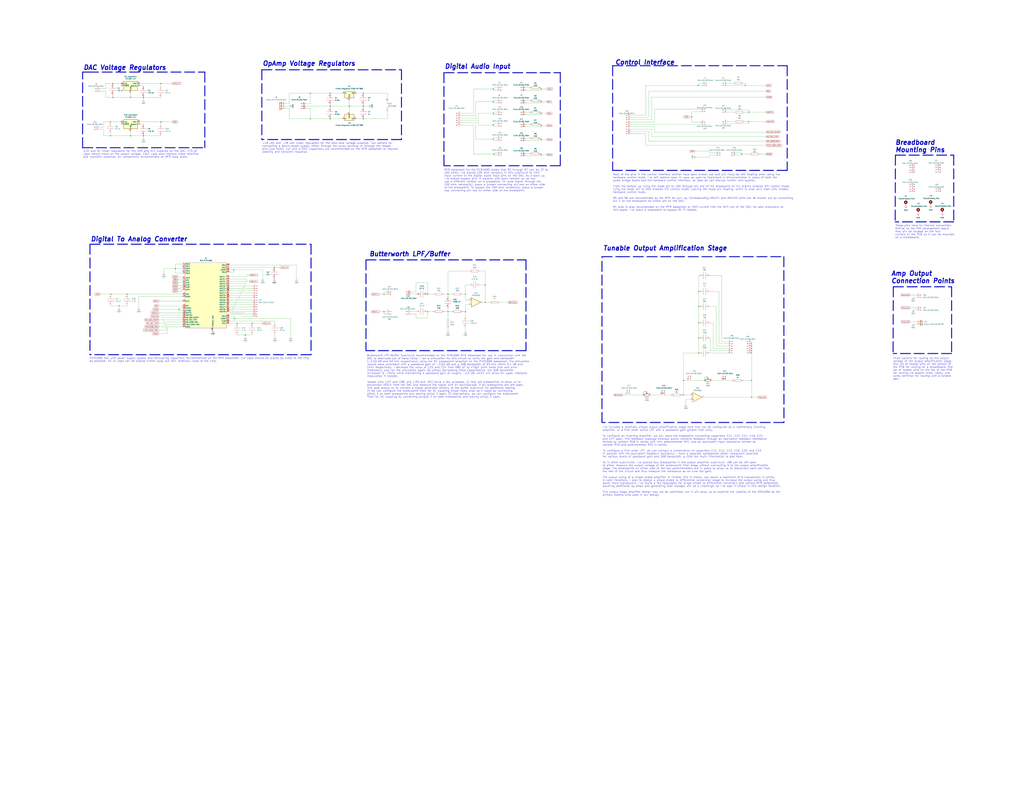
<source format=kicad_sch>
(kicad_sch (version 20211123) (generator eeschema)
  (paper "E")
  (lib_symbols
    (symbol "AD8620_1" (pin_names (offset 0.127))
      (property "Reference" "U2" (at 0 10.795 0))
      (property "Value" "AD8620_1" (at 0 8.255 0))
      (symbol "AD8620_1_1_1"
        (pin output line (at 7.62 0 180) (length 2.54) (name "~") (number "1"))
        (pin input line (at -7.62 -2.54 0) (length 2.54) (name "-") (number "2"))
        (pin input line (at -7.62 2.54 0) (length 2.54) (name "+") (number "3"))
      )
      (symbol "AD8620_1_2_1"
        (pin passive line (at -7.62 2.54 0) (length 2.54) (name "+") (number "5"))
        (pin passive line (at -7.62 -2.54 0) (length 2.54) (name "-") (number "6"))
        (pin passive line (at 7.62 0 180) (length 2.54) (name "~") (number "7"))
      )
      (symbol "AD8620_1_3_1"
        (pin passive line (at -2.54 -7.62 90) (length 3.81) (name "V-") (number "4"))
        (pin passive line (at -2.54 7.62 270) (length 3.81) (name "V+") (number "8"))
      )
    )
    (symbol "AD8620_2" (pin_names (offset 0.127))
      (property "Reference" "U2" (at 0 10.795 0))
      (property "Value" "AD8620_2" (at 0 8.255 0))
      (symbol "AD8620_2_1_1"
        (pin output line (at 7.62 0 180) (length 2.54) (name "~") (number "1"))
        (pin input line (at -7.62 -2.54 0) (length 2.54) (name "-") (number "2"))
        (pin input line (at -7.62 2.54 0) (length 2.54) (name "+") (number "3"))
      )
      (symbol "AD8620_2_2_1"
        (pin passive line (at -7.62 2.54 0) (length 2.54) (name "+") (number "5"))
        (pin passive line (at -7.62 -2.54 0) (length 2.54) (name "-") (number "6"))
        (pin passive line (at 7.62 0 180) (length 2.54) (name "~") (number "7"))
      )
      (symbol "AD8620_2_3_1"
        (pin passive line (at -2.54 -7.62 90) (length 3.81) (name "V-") (number "4"))
        (pin passive line (at -2.54 7.62 270) (length 3.81) (name "V+") (number "8"))
      )
    )
    (symbol "Connector:Conn_01x02_Male" (pin_names (offset 1.016) hide)
      (property "Reference" "J" (at 0 2.54 0))
      (property "Value" "Conn_01x02_Male" (at 0 -5.08 0))
      (symbol "Conn_01x02_Male_1_1"
        (pin passive line (at 5.08 0 180) (length 3.81) (name "Pin_1") (number "1"))
        (pin passive line (at 5.08 -2.54 180) (length 3.81) (name "Pin_2") (number "2"))
      )
    )
    (symbol "Connector:Conn_01x03_Male" (pin_names (offset 1.016) hide)
      (property "Reference" "J" (at 0 5.08 0))
      (property "Value" "Conn_01x03_Male" (at 0 -5.08 0))
      (symbol "Conn_01x03_Male_1_1"
        (pin passive line (at 5.08 2.54 180) (length 3.81) (name "Pin_1") (number "1"))
        (pin passive line (at 5.08 0 180) (length 3.81) (name "Pin_2") (number "2"))
        (pin passive line (at 5.08 -2.54 180) (length 3.81) (name "Pin_3") (number "3"))
      )
    )
    (symbol "Connector:Conn_01x04_Male" (pin_names (offset 1.016) hide)
      (property "Reference" "J" (at 0 5.08 0))
      (property "Value" "Conn_01x04_Male" (at 0 -7.62 0))
      (symbol "Conn_01x04_Male_1_1"
        (pin passive line (at 5.08 2.54 180) (length 3.81) (name "Pin_1") (number "1"))
        (pin passive line (at 5.08 0 180) (length 3.81) (name "Pin_2") (number "2"))
        (pin passive line (at 5.08 -2.54 180) (length 3.81) (name "Pin_3") (number "3"))
        (pin passive line (at 5.08 -5.08 180) (length 3.81) (name "Pin_4") (number "4"))
      )
    )
    (symbol "Connector:Conn_01x06_Male" (pin_names (offset 1.016) hide)
      (property "Reference" "J" (at 0 7.62 0))
      (property "Value" "Conn_01x06_Male" (at 0 -10.16 0))
      (symbol "Conn_01x06_Male_1_1"
        (pin passive line (at 5.08 5.08 180) (length 3.81) (name "Pin_1") (number "1"))
        (pin passive line (at 5.08 2.54 180) (length 3.81) (name "Pin_2") (number "2"))
        (pin passive line (at 5.08 0 180) (length 3.81) (name "Pin_3") (number "3"))
        (pin passive line (at 5.08 -2.54 180) (length 3.81) (name "Pin_4") (number "4"))
        (pin passive line (at 5.08 -5.08 180) (length 3.81) (name "Pin_5") (number "5"))
        (pin passive line (at 5.08 -7.62 180) (length 3.81) (name "Pin_6") (number "6"))
      )
    )
    (symbol "Connector:Conn_01x09_Male" (pin_names (offset 1.016) hide)
      (property "Reference" "J" (at 0 12.7 0))
      (property "Value" "Conn_01x09_Male" (at 0 -12.7 0))
      (symbol "Conn_01x09_Male_1_1"
        (pin passive line (at 5.08 10.16 180) (length 3.81) (name "Pin_1") (number "1"))
        (pin passive line (at 5.08 7.62 180) (length 3.81) (name "Pin_2") (number "2"))
        (pin passive line (at 5.08 5.08 180) (length 3.81) (name "Pin_3") (number "3"))
        (pin passive line (at 5.08 2.54 180) (length 3.81) (name "Pin_4") (number "4"))
        (pin passive line (at 5.08 0 180) (length 3.81) (name "Pin_5") (number "5"))
        (pin passive line (at 5.08 -2.54 180) (length 3.81) (name "Pin_6") (number "6"))
        (pin passive line (at 5.08 -5.08 180) (length 3.81) (name "Pin_7") (number "7"))
        (pin passive line (at 5.08 -7.62 180) (length 3.81) (name "Pin_8") (number "8"))
        (pin passive line (at 5.08 -10.16 180) (length 3.81) (name "Pin_9") (number "9"))
      )
    )
    (symbol "Connector:Conn_01x14_Male" (pin_names (offset 1.016) hide)
      (property "Reference" "J" (at 0 17.78 0))
      (property "Value" "Conn_01x14_Male" (at 0 -20.32 0))
      (symbol "Conn_01x14_Male_1_1"
        (pin passive line (at 5.08 15.24 180) (length 3.81) (name "Pin_1") (number "1"))
        (pin passive line (at 5.08 -7.62 180) (length 3.81) (name "Pin_10") (number "10"))
        (pin passive line (at 5.08 -10.16 180) (length 3.81) (name "Pin_11") (number "11"))
        (pin passive line (at 5.08 -12.7 180) (length 3.81) (name "Pin_12") (number "12"))
        (pin passive line (at 5.08 -15.24 180) (length 3.81) (name "Pin_13") (number "13"))
        (pin passive line (at 5.08 -17.78 180) (length 3.81) (name "Pin_14") (number "14"))
        (pin passive line (at 5.08 12.7 180) (length 3.81) (name "Pin_2") (number "2"))
        (pin passive line (at 5.08 10.16 180) (length 3.81) (name "Pin_3") (number "3"))
        (pin passive line (at 5.08 7.62 180) (length 3.81) (name "Pin_4") (number "4"))
        (pin passive line (at 5.08 5.08 180) (length 3.81) (name "Pin_5") (number "5"))
        (pin passive line (at 5.08 2.54 180) (length 3.81) (name "Pin_6") (number "6"))
        (pin passive line (at 5.08 0 180) (length 3.81) (name "Pin_7") (number "7"))
        (pin passive line (at 5.08 -2.54 180) (length 3.81) (name "Pin_8") (number "8"))
        (pin passive line (at 5.08 -5.08 180) (length 3.81) (name "Pin_9") (number "9"))
      )
    )
    (symbol "Connector:Screw_Terminal_01x02" (pin_names (offset 1.016) hide)
      (property "Reference" "J" (at 0 2.54 0))
      (property "Value" "Screw_Terminal_01x02" (at 0 -5.08 0))
      (symbol "Screw_Terminal_01x02_1_1"
        (pin passive line (at -5.08 0 0) (length 3.81) (name "Pin_1") (number "1"))
        (pin passive line (at -5.08 -2.54 0) (length 3.81) (name "Pin_2") (number "2"))
      )
    )
    (symbol "Connector:Screw_Terminal_01x03" (pin_names (offset 1.016) hide)
      (property "Reference" "J" (at 0 5.08 0))
      (property "Value" "Screw_Terminal_01x03" (at 0 -5.08 0))
      (symbol "Screw_Terminal_01x03_1_1"
        (pin passive line (at -5.08 2.54 0) (length 3.81) (name "Pin_1") (number "1"))
        (pin passive line (at -5.08 0 0) (length 3.81) (name "Pin_2") (number "2"))
        (pin passive line (at -5.08 -2.54 0) (length 3.81) (name "Pin_3") (number "3"))
      )
    )
    (symbol "Device:R_Potentiometer" (pin_names (offset 1.016) hide)
      (property "Reference" "RV" (at -4.445 0 90))
      (property "Value" "R_Potentiometer" (at -2.54 0 90))
      (symbol "R_Potentiometer_1_1"
        (pin passive line (at 0 3.81 270) (length 1.27) (name "1") (number "1"))
        (pin passive line (at 3.81 0 180) (length 1.27) (name "2") (number "2"))
        (pin passive line (at 0 -3.81 90) (length 1.27) (name "3") (number "3"))
      )
    )
    (symbol "ENGINE_Parts:AD8620" (pin_names (offset 0.127))
      (property "Reference" "U2" (at 0 10.795 0))
      (property "Value" "AD8620" (at 0 8.255 0))
      (symbol "AD8620_1_1"
        (pin output line (at 7.62 0 180) (length 2.54) (name "~") (number "1"))
        (pin input line (at -7.62 -2.54 0) (length 2.54) (name "-") (number "2"))
        (pin input line (at -7.62 2.54 0) (length 2.54) (name "+") (number "3"))
      )
      (symbol "AD8620_2_1"
        (pin passive line (at -7.62 2.54 0) (length 2.54) (name "+") (number "5"))
        (pin passive line (at -7.62 -2.54 0) (length 2.54) (name "-") (number "6"))
        (pin passive line (at 7.62 0 180) (length 2.54) (name "~") (number "7"))
      )
      (symbol "AD8620_3_1"
        (pin passive line (at -2.54 -7.62 90) (length 3.81) (name "V-") (number "4"))
        (pin passive line (at -2.54 7.62 270) (length 3.81) (name "V+") (number "8"))
      )
    )
    (symbol "ENGINE_Parts:DAC_PCM1690_Thermal_Pad"
      (property "Reference" "U?" (at 0 40.64 0))
      (property "Value" "DAC_PCM1690_Thermal_Pad" (at 0 38.1 0))
      (symbol "DAC_PCM1690_Thermal_Pad_1_1"
        (pin passive line (at -25.4 34.29 0) (length 2.54) (name "RSV2") (number "1"))
        (pin passive line (at -25.4 8.89 0) (length 2.54) (name "DIN3") (number "10"))
        (pin passive line (at -25.4 6.35 0) (length 2.54) (name "DIN4") (number "11"))
        (pin passive line (at -25.4 1.27 0) (length 2.54) (name "VDD") (number "12"))
        (pin passive line (at -25.4 -1.27 0) (length 2.54) (name "DGND") (number "13"))
        (pin passive line (at -25.4 -6.35 0) (length 2.54) (name "SCKI") (number "14"))
        (pin passive line (at -25.4 -11.43 0) (length 2.54) (name "RST") (number "15"))
        (pin passive line (at -25.4 -13.97 0) (length 2.54) (name "ZERO1") (number "16"))
        (pin passive line (at -25.4 -16.51 0) (length 2.54) (name "ZERO2") (number "17"))
        (pin passive line (at -25.4 -19.05 0) (length 2.54) (name "AMUTEI") (number "18"))
        (pin passive line (at -25.4 -21.59 0) (length 2.54) (name "AMUTEO") (number "19"))
        (pin passive line (at -25.4 31.75 0) (length 2.54) (name "RSV1") (number "2"))
        (pin passive line (at -25.4 -24.13 0) (length 2.54) (name "MD/SDA/DEMP") (number "20"))
        (pin passive line (at -25.4 -26.67 0) (length 2.54) (name "MC/SCL/FMT") (number "21"))
        (pin passive line (at -25.4 -29.21 0) (length 2.54) (name "MS/ADR0/RSV") (number "22"))
        (pin passive line (at -25.4 -31.75 0) (length 2.54) (name "TEST/ADR1/RSV") (number "23"))
        (pin passive line (at -25.4 -34.29 0) (length 2.54) (name "MODE") (number "24"))
        (pin passive line (at 25.4 -30.48 180) (length 2.54) (name "VCC1") (number "25"))
        (pin passive line (at 25.4 -27.94 180) (length 2.54) (name "VCOM") (number "26"))
        (pin passive line (at 25.4 -25.4 180) (length 2.54) (name "AGND1") (number "27"))
        (pin passive line (at 25.4 -22.86 180) (length 2.54) (name "RSV2") (number "28"))
        (pin passive line (at 25.4 -17.78 180) (length 2.54) (name "VOUT8+") (number "29"))
        (pin passive line (at -25.4 29.21 0) (length 2.54) (name "RSV2") (number "3"))
        (pin passive line (at 25.4 -15.24 180) (length 2.54) (name "VOUT8-") (number "30"))
        (pin passive line (at 25.4 -12.7 180) (length 2.54) (name "VOUT7+") (number "31"))
        (pin passive line (at 25.4 -10.16 180) (length 2.54) (name "VOUT7-") (number "32"))
        (pin passive line (at 25.4 -7.62 180) (length 2.54) (name "VOUT6+") (number "33"))
        (pin passive line (at 25.4 -5.08 180) (length 2.54) (name "VOUT6-") (number "34"))
        (pin passive line (at 25.4 -2.54 180) (length 2.54) (name "VOUT5+") (number "35"))
        (pin passive line (at 25.4 0 180) (length 2.54) (name "VOUT5-") (number "36"))
        (pin passive line (at 25.4 2.54 180) (length 2.54) (name "VOUT4+") (number "37"))
        (pin passive line (at 25.4 5.08 180) (length 2.54) (name "VOUT4-") (number "38"))
        (pin passive line (at 25.4 7.62 180) (length 2.54) (name "VOUT3+") (number "39"))
        (pin passive line (at -25.4 26.67 0) (length 2.54) (name "RSV1") (number "4"))
        (pin passive line (at 25.4 10.16 180) (length 2.54) (name "VOUT3-") (number "40"))
        (pin passive line (at 25.4 12.7 180) (length 2.54) (name "VOUT2+") (number "41"))
        (pin passive line (at 25.4 15.24 180) (length 2.54) (name "VOUT2-") (number "42"))
        (pin passive line (at 25.4 17.78 180) (length 2.54) (name "VOUT1+") (number "43"))
        (pin passive line (at 25.4 20.32 180) (length 2.54) (name "VOUT1-") (number "44"))
        (pin passive line (at 25.4 25.4 180) (length 2.54) (name "RSV2") (number "45"))
        (pin passive line (at 25.4 27.94 180) (length 2.54) (name "AGND2") (number "46"))
        (pin passive line (at 25.4 30.48 180) (length 2.54) (name "VCC2") (number "47"))
        (pin passive line (at 25.4 33.02 180) (length 2.54) (name "RSV2") (number "48"))
        (pin power_in line (at 7.62 -38.1 90) (length 2.54) (name "THERMAL_PAD") (number "49"))
        (pin passive line (at -25.4 24.13 0) (length 2.54) (name "RSV2") (number "5"))
        (pin passive line (at -25.4 19.05 0) (length 2.54) (name "LRCK") (number "6"))
        (pin passive line (at -25.4 16.51 0) (length 2.54) (name "BCK") (number "7"))
        (pin passive line (at -25.4 13.97 0) (length 2.54) (name "DIN1") (number "8"))
        (pin passive line (at -25.4 11.43 0) (length 2.54) (name "DIN2") (number "9"))
      )
    )
    (symbol "ENGINE_Parts:Linear_Regulator_N18V_MC7900" (pin_names (offset 0.254))
      (property "Reference" "U" (at 0 7.62 0))
      (property "Value" "Linear_Regulator_N18V_MC7900" (at -12.7 5.08 0))
      (symbol "Linear_Regulator_N18V_MC7900_1_1"
        (pin passive line (at 0 -7.62 90) (length 2.54) (name "GND") (number "1"))
        (pin passive line (at -7.62 0 0) (length 2.54) (name "VI") (number "2"))
        (pin passive line (at 7.62 0 180) (length 2.54) (name "VO") (number "3"))
      )
    )
    (symbol "ENGINE_Parts:Linear_Regulator_P18V_MC7800" (pin_names (offset 0.254))
      (property "Reference" "U" (at 0 7.62 0))
      (property "Value" "Linear_Regulator_P18V_MC7800" (at -12.7 5.08 0))
      (symbol "Linear_Regulator_P18V_MC7800_1_1"
        (pin passive line (at -7.62 0 0) (length 2.54) (name "VI") (number "1"))
        (pin passive line (at 0 -7.62 90) (length 2.54) (name "GND") (number "2"))
        (pin passive line (at 7.62 0 180) (length 2.54) (name "VO") (number "3"))
      )
    )
    (symbol "ENGINE_Parts:TC1015-xCT"
      (property "Reference" "3.3V_regulator1" (at 0 10.16 0))
      (property "Value" "TC1015-xCT" (at 0 7.62 0))
      (symbol "TC1015-xCT_1_1"
        (pin passive line (at -10.16 2.54 0) (length 2.54) (name "VIN") (number "1"))
        (pin passive line (at 0 -7.62 90) (length 2.54) (name "GND") (number "2"))
        (pin passive line (at -10.16 0 0) (length 2.54) (name "~{SHDN}") (number "3"))
        (pin passive line (at 10.16 0 180) (length 2.54) (name "Bypass") (number "4"))
        (pin passive line (at 10.16 2.54 180) (length 2.54) (name "VOUT") (number "5"))
      )
    )
    (symbol "ENGINE_Parts:TC1185-xCT"
      (property "Reference" "5V_regulator1" (at 0 10.16 0))
      (property "Value" "TC1185-xCT" (at 0 7.62 0))
      (symbol "TC1185-xCT_1_1"
        (pin passive line (at -10.16 2.54 0) (length 2.54) (name "VIN") (number "1"))
        (pin passive line (at 0 -7.62 90) (length 2.54) (name "GND") (number "2"))
        (pin passive line (at -10.16 0 0) (length 2.54) (name "~{SHDN}") (number "3"))
        (pin passive line (at 10.16 0 180) (length 2.54) (name "Bypass") (number "4"))
        (pin passive line (at 10.16 2.54 180) (length 2.54) (name "VOUT") (number "5"))
      )
    )
    (symbol "Mechanical:MountingHole_Pad" (pin_numbers hide) (pin_names (offset 1.016) hide)
      (property "Reference" "H" (at 0 6.35 0))
      (property "Value" "MountingHole_Pad" (at 0 4.445 0))
      (symbol "MountingHole_Pad_1_1"
        (pin input line (at 0 -2.54 90) (length 2.54) (name "1") (number "1"))
      )
    )
    (symbol "power:GND" (power) (pin_names (offset 0))
      (property "Value" "GND" (at 0 -3.81 0))
      (symbol "GND_1_1"
        (pin power_in line (at 0 0 270) (length 0) hide (name "GND") (number "1"))
      )
    )
    (symbol "pspice:C" (pin_names (offset 0.254))
      (property "Reference" "C" (at 2.54 3.81 90))
      (property "Value" "C" (at 2.54 -3.81 90))
      (symbol "C_1_1"
        (pin passive line (at 0 6.35 270) (length 5.08) (name "~") (number "1"))
        (pin passive line (at 0 -6.35 90) (length 5.08) (name "~") (number "2"))
      )
    )
    (symbol "pspice:CAP" (pin_names (offset 0.254))
      (property "Reference" "C" (at 2.54 3.81 90))
      (property "Value" "CAP" (at 2.54 -3.81 90))
      (symbol "CAP_1_1"
        (pin passive line (at 0 6.35 270) (length 5.08) (name "~") (number "1"))
        (pin passive line (at 0 -6.35 90) (length 5.08) (name "~") (number "2"))
      )
    )
    (symbol "pspice:R" (pin_numbers hide) (pin_names (offset 0))
      (property "Reference" "R" (at 2.032 0 90))
      (property "Value" "R" (at 0 0 90))
      (symbol "R_1_1"
        (pin passive line (at 0 6.35 270) (length 2.54) (name "~") (number "1"))
        (pin passive line (at 0 -6.35 90) (length 2.54) (name "~") (number "2"))
      )
    )
  )
  (junction (at 256.286 347.98))
  (junction (at 142.621 106.426))
  (junction (at 820.293 415.417))
  (junction (at 175.641 91.186))
  (junction (at 381.254 115.824))
  (junction (at 538.48 97.155))
  (junction (at 590.55 137.16))
  (junction (at 255.016 294.64))
  (junction (at 755.015 127.635))
  (junction (at 156.591 148.336))
  (junction (at 820.293 380.492))
  (junction (at 508 340.36))
  (junction (at 762 93.345))
  (junction (at 590.55 111.125))
  (junction (at 762.508 369.062))
  (junction (at 488.95 340.36))
  (junction (at 275.336 353.06))
  (junction (at 702.183 431.292))
  (junction (at 419.1 340.36))
  (junction (at 762.508 385.572))
  (junction (at 191.516 293.37))
  (junction (at 590.55 168.91))
  (junction (at 813.435 93.345))
  (junction (at 267.716 365.76))
  (junction (at 768.858 415.417))
  (junction (at 820.293 385.572))
  (junction (at 132.461 91.186))
  (junction (at 529.59 311.15))
  (junction (at 396.494 101.854))
  (junction (at 762.508 334.772))
  (junction (at 820.293 383.032))
  (junction (at 132.461 133.096))
  (junction (at 817.118 122.555))
  (junction (at 142.621 148.336))
  (junction (at 123.19 106.426))
  (junction (at 508 321.31))
  (junction (at 360.299 129.794))
  (junction (at 360.299 101.854))
  (junction (at 762.508 318.262))
  (junction (at 338.709 129.794))
  (junction (at 138.811 321.31))
  (junction (at 538.48 136.525))
  (junction (at 590.55 152.4))
  (junction (at 195.326 337.82))
  (junction (at 820.293 375.412))
  (junction (at 120.65 133.096))
  (junction (at 529.59 330.2))
  (junction (at 123.19 91.186))
  (junction (at 488.95 321.31))
  (junction (at 745.998 415.417))
  (junction (at 419.1 321.31))
  (junction (at 121.031 321.31))
  (junction (at 258.826 353.06))
  (junction (at 539.115 168.275))
  (junction (at 156.591 106.426))
  (junction (at 120.65 148.336))
  (junction (at 338.709 101.854))
  (junction (at 538.48 111.125))
  (junction (at 466.725 321.31))
  (junction (at 175.641 133.096))
  (junction (at 466.725 340.36))
  (junction (at 396.494 115.824))
  (junction (at 538.48 151.765))
  (junction (at 360.299 115.824))
  (junction (at 820.293 377.952))
  (junction (at 820.293 433.832))
  (junction (at 745.998 431.292))
  (junction (at 396.494 129.794))
  (junction (at 538.48 123.825))
  (junction (at 590.55 97.155))
  (junction (at 590.55 123.825))
  (junction (at 129.921 334.01))
  (junction (at 762.508 352.552))
  (junction (at 809.625 168.275))
  (junction (at 299.466 292.1))
  (junction (at 817.118 132.715))
  (no_connect (at 997.712 185.674))
  (no_connect (at 997.712 188.214))
  (no_connect (at 997.712 180.594))
  (no_connect (at 997.712 183.134))
  (no_connect (at 997.839 201.295))
  (no_connect (at 1026.16 182.753))
  (no_connect (at 1026.414 206.248))
  (no_connect (at 1026.16 185.293))
  (no_connect (at 1026.16 187.833))
  (no_connect (at 1026.16 180.213))
  (no_connect (at 1026.414 208.788))
  (no_connect (at 997.839 203.835))
  (no_connect (at 997.839 206.375))
  (no_connect (at 997.839 208.915))
  (no_connect (at 199.39 290.83))
  (no_connect (at 199.39 295.91))
  (wire (pts (xy 199.39 339.09) (xy 195.326 339.09)))
  (wire (pts (xy 573.405 122.555) (xy 577.85 122.555)))
  (wire (pts (xy 175.641 133.096) (xy 175.641 135.636)))
  (polyline (pts (xy 90.17 161.29) (xy 90.17 78.74)) (stroke (width 1)))
  (wire (pts (xy 809.625 167.005) (xy 809.625 168.275)))
  (wire (pts (xy 113.03 148.336) (xy 120.65 148.336)))
  (wire (pts (xy 538.48 97.155) (xy 538.48 98.425)))
  (wire (pts (xy 793.75 120.015) (xy 817.118 120.015)))
  (wire (pts (xy 423.164 129.794) (xy 423.164 122.174)))
  (wire (pts (xy 539.115 167.005) (xy 539.115 168.275)))
  (wire (pts (xy 590.55 111.125) (xy 590.55 109.855)))
  (wire (pts (xy 423.164 106.934) (xy 423.164 101.854)))
  (wire (pts (xy 538.48 137.795) (xy 542.29 137.795)))
  (wire (pts (xy 381.254 115.824) (xy 396.494 115.824)))
  (wire (pts (xy 516.89 97.155) (xy 538.48 97.155)))
  (wire (pts (xy 138.811 321.31) (xy 199.39 321.31)))
  (wire (pts (xy 794.258 372.872) (xy 787.908 372.872)))
  (wire (pts (xy 199.39 323.85) (xy 151.511 323.85)))
  (wire (pts (xy 419.1 342.9) (xy 419.1 340.36)))
  (wire (pts (xy 702.183 427.482) (xy 702.183 431.292)))
  (wire (pts (xy 708.025 128.27) (xy 708.025 99.695)))
  (wire (pts (xy 250.19 327.66) (xy 257.81 327.66)))
  (wire (pts (xy 396.494 129.794) (xy 423.164 129.794)))
  (polyline (pts (xy 657.098 280.289) (xy 676.148 280.289)) (stroke (width 1)))
  (wire (pts (xy 714.375 119.38) (xy 764.54 119.38)))
  (wire (pts (xy 338.709 118.364) (xy 333.629 118.364)))
  (wire (pts (xy 542.29 150.495) (xy 538.48 150.495)))
  (wire (pts (xy 132.461 91.186) (xy 132.461 93.726)))
  (wire (pts (xy 508 327.66) (xy 508 321.31)))
  (wire (pts (xy 264.16 342.9) (xy 264.16 345.44)))
  (wire (pts (xy 250.19 307.34) (xy 267.97 307.34)))
  (wire (pts (xy 156.591 148.336) (xy 156.591 150.876)))
  (wire (pts (xy 199.39 306.07) (xy 197.231 306.07)))
  (wire (pts (xy 182.626 356.87) (xy 182.626 364.49)))
  (wire (pts (xy 199.39 288.29) (xy 191.516 288.29)))
  (wire (pts (xy 315.849 129.794) (xy 315.849 118.364)))
  (wire (pts (xy 766.445 90.805) (xy 762 90.805)))
  (wire (pts (xy 120.65 148.336) (xy 142.621 148.336)))
  (wire (pts (xy 267.97 312.42) (xy 275.59 312.42)))
  (wire (pts (xy 511.81 295.91) (xy 488.95 295.91)))
  (wire (pts (xy 529.59 311.15) (xy 529.59 295.91)))
  (wire (pts (xy 156.591 106.426) (xy 175.641 106.426)))
  (wire (pts (xy 820.293 380.492) (xy 820.293 383.032)))
  (wire (pts (xy 809.625 168.275) (xy 809.625 169.545)))
  (wire (pts (xy 488.95 340.36) (xy 488.95 346.71)))
  (polyline (pts (xy 656.971 461.391) (xy 656.971 280.289)) (stroke (width 1)))
  (wire (pts (xy 762.508 334.772) (xy 762.508 352.552)))
  (wire (pts (xy 267.97 307.34) (xy 267.97 312.42)))
  (wire (pts (xy 519.43 111.125) (xy 538.48 111.125)))
  (wire (pts (xy 688.34 146.05) (xy 704.85 146.05)))
  (wire (pts (xy 257.81 332.74) (xy 275.59 332.74)))
  (wire (pts (xy 123.19 91.186) (xy 132.461 91.186)))
  (wire (pts (xy 256.286 347.98) (xy 317.246 347.98)))
  (wire (pts (xy 182.626 364.49) (xy 173.101 364.49)))
  (wire (pts (xy 199.39 346.71) (xy 177.546 346.71)))
  (wire (pts (xy 191.516 288.29) (xy 191.516 293.37)))
  (wire (pts (xy 546.1 330.2) (xy 554.99 330.2)))
  (wire (pts (xy 448.31 342.9) (xy 454.025 342.9)))
  (wire (pts (xy 488.95 321.31) (xy 488.95 323.85)))
  (polyline (pts (xy 859.155 186.055) (xy 668.655 186.055)) (stroke (width 1)))
  (wire (pts (xy 338.709 129.794) (xy 360.299 129.794)))
  (wire (pts (xy 524.51 295.91) (xy 529.59 295.91)))
  (wire (pts (xy 590.55 168.91) (xy 590.55 167.64)))
  (wire (pts (xy 448.31 318.77) (xy 454.025 318.77)))
  (wire (pts (xy 748.538 436.372) (xy 748.538 442.087)))
  (wire (pts (xy 688.34 133.35) (xy 714.375 133.35)))
  (wire (pts (xy 152.781 91.186) (xy 175.641 91.186)))
  (wire (pts (xy 787.908 300.99) (xy 775.208 300.99)))
  (wire (pts (xy 590.55 97.155) (xy 596.9 97.155)))
  (wire (pts (xy 538.48 109.855) (xy 538.48 111.125)))
  (wire (pts (xy 502.92 136.525) (xy 516.89 136.525)))
  (wire (pts (xy 250.19 292.1) (xy 299.466 292.1)))
  (wire (pts (xy 156.591 106.426) (xy 156.591 108.966)))
  (wire (pts (xy 261.62 320.04) (xy 261.62 325.12)))
  (wire (pts (xy 812.165 90.805) (xy 813.435 90.805)))
  (wire (pts (xy 542.29 109.855) (xy 538.48 109.855)))
  (wire (pts (xy 107.95 138.684) (xy 113.03 138.684)))
  (wire (pts (xy 250.19 317.5) (xy 262.89 317.5)))
  (polyline (pts (xy 484.505 79.375) (xy 484.505 180.975)) (stroke (width 1)))
  (wire (pts (xy 115.443 96.901) (xy 115.443 91.186)))
  (wire (pts (xy 197.866 303.53) (xy 197.866 302.26)))
  (polyline (pts (xy 96.52 78.74) (xy 223.52 78.74)) (stroke (width 1)))
  (wire (pts (xy 508 311.15) (xy 508 321.31)))
  (wire (pts (xy 180.086 351.79) (xy 180.086 356.87)))
  (polyline (pts (xy 574.04 382.905) (xy 399.415 382.905)) (stroke (width 1)))
  (wire (pts (xy 300.101 365.76) (xy 300.101 368.3)))
  (wire (pts (xy 199.39 349.25) (xy 178.816 349.25)))
  (wire (pts (xy 258.826 353.06) (xy 275.336 353.06)))
  (polyline (pts (xy 1038.606 386.08) (xy 974.725 386.08)) (stroke (width 1)))
  (wire (pts (xy 256.54 330.2) (xy 256.54 335.28)))
  (wire (pts (xy 787.908 372.872) (xy 787.908 300.99)))
  (wire (pts (xy 454.025 347.345) (xy 466.725 347.345)))
  (wire (pts (xy 142.621 148.336) (xy 156.591 148.336)))
  (wire (pts (xy 466.725 347.345) (xy 466.725 340.36)))
  (wire (pts (xy 809.625 168.275) (xy 817.245 168.275)))
  (wire (pts (xy 254 340.36) (xy 275.59 340.36)))
  (wire (pts (xy 538.48 123.825) (xy 538.48 125.095)))
  (wire (pts (xy 414.02 321.31) (xy 419.1 321.31)))
  (wire (pts (xy 820.293 383.032) (xy 820.293 385.572)))
  (wire (pts (xy 197.231 314.96) (xy 194.056 314.96)))
  (wire (pts (xy 123.19 106.426) (xy 142.621 106.426)))
  (wire (pts (xy 542.29 95.885) (xy 538.48 95.885)))
  (wire (pts (xy 360.299 115.824) (xy 381.254 115.824)))
  (wire (pts (xy 250.19 289.56) (xy 323.596 289.56)))
  (wire (pts (xy 173.101 328.93) (xy 199.39 328.93)))
  (wire (pts (xy 573.405 109.855) (xy 577.85 109.855)))
  (wire (pts (xy 299.466 292.1) (xy 305.181 292.1)))
  (wire (pts (xy 996.569 324.739) (xy 1000.379 324.739)))
  (wire (pts (xy 590.55 111.125) (xy 590.55 112.395)))
  (wire (pts (xy 419.1 318.77) (xy 419.1 321.31)))
  (wire (pts (xy 711.2 140.97) (xy 711.2 149.225)))
  (polyline (pts (xy 668.655 71.755) (xy 859.155 71.755)) (stroke (width 1)))
  (wire (pts (xy 573.405 125.095) (xy 590.55 125.095)))
  (wire (pts (xy 173.101 334.01) (xy 199.39 334.01)))
  (wire (pts (xy 338.709 129.794) (xy 315.849 129.794)))
  (wire (pts (xy 488.95 340.36) (xy 492.76 340.36)))
  (wire (pts (xy 508 340.36) (xy 505.46 340.36)))
  (wire (pts (xy 255.27 337.82) (xy 275.59 337.82)))
  (wire (pts (xy 265.43 312.42) (xy 265.43 317.5)))
  (wire (pts (xy 396.494 115.824) (xy 402.209 115.824)))
  (wire (pts (xy 175.641 133.096) (xy 188.341 133.096)))
  (wire (pts (xy 511.81 327.66) (xy 508 327.66)))
  (wire (pts (xy 768.858 411.607) (xy 768.858 415.417)))
  (wire (pts (xy 708.025 143.51) (xy 708.025 154.305)))
  (wire (pts (xy 538.48 151.765) (xy 538.48 153.035)))
  (wire (pts (xy 573.405 135.89) (xy 577.85 135.89)))
  (wire (pts (xy 820.293 375.412) (xy 820.293 377.952)))
  (polyline (pts (xy 90.17 78.74) (xy 96.52 78.74)) (stroke (width 1)))
  (wire (pts (xy 590.55 137.16) (xy 590.55 138.43)))
  (wire (pts (xy 762 93.345) (xy 766.445 93.345)))
  (wire (pts (xy 151.511 323.85) (xy 151.511 336.55)))
  (wire (pts (xy 762.508 318.262) (xy 762.508 334.772)))
  (wire (pts (xy 333.629 115.824) (xy 360.299 115.824)))
  (wire (pts (xy 793.75 122.555) (xy 800.735 122.555)))
  (wire (pts (xy 177.546 349.25) (xy 173.101 349.25)))
  (wire (pts (xy 809.625 169.545) (xy 803.275 169.545)))
  (wire (pts (xy 488.95 336.55) (xy 488.95 340.36)))
  (wire (pts (xy 820.293 372.872) (xy 820.293 375.412)))
  (wire (pts (xy 781.558 334.772) (xy 775.208 334.772)))
  (wire (pts (xy 508 332.74) (xy 508 340.36)))
  (wire (pts (xy 315.849 113.284) (xy 311.404 113.284)))
  (wire (pts (xy 993.013 351.409) (xy 1000.379 351.409)))
  (polyline (pts (xy 855.472 280.416) (xy 855.599 461.391)) (stroke (width 1)))
  (wire (pts (xy 590.55 152.4) (xy 596.9 152.4)))
  (polyline (pts (xy 484.505 79.375) (xy 611.505 79.375)) (stroke (width 1)))
  (wire (pts (xy 448.31 340.36) (xy 454.025 340.36)))
  (wire (pts (xy 173.101 341.63) (xy 199.39 341.63)))
  (wire (pts (xy 811.403 415.417) (xy 820.293 415.417)))
  (wire (pts (xy 829.945 168.275) (xy 836.295 168.275)))
  (wire (pts (xy 338.709 101.854) (xy 315.849 101.854)))
  (wire (pts (xy 250.19 314.96) (xy 264.16 314.96)))
  (polyline (pts (xy 339.471 387.35) (xy 98.171 387.35)) (stroke (width 1)))
  (wire (pts (xy 538.48 95.885) (xy 538.48 97.155)))
  (wire (pts (xy 250.19 335.28) (xy 254 335.28)))
  (wire (pts (xy 688.34 125.73) (xy 704.85 125.73)))
  (wire (pts (xy 259.08 325.12) (xy 259.08 330.2)))
  (wire (pts (xy 485.14 340.36) (xy 488.95 340.36)))
  (wire (pts (xy 262.89 317.5) (xy 262.89 322.58)))
  (wire (pts (xy 250.19 304.8) (xy 269.367 304.8)))
  (wire (pts (xy 109.22 99.441) (xy 115.57 99.441)))
  (wire (pts (xy 421.64 318.77) (xy 419.1 318.77)))
  (wire (pts (xy 396.494 114.554) (xy 396.494 115.824)))
  (wire (pts (xy 381.254 115.824) (xy 381.254 122.174)))
  (wire (pts (xy 778.383 380.492) (xy 778.383 352.552)))
  (wire (pts (xy 199.39 303.53) (xy 197.866 303.53)))
  (wire (pts (xy 259.08 330.2) (xy 275.59 330.2)))
  (wire (pts (xy 120.65 133.096) (xy 132.461 133.096)))
  (wire (pts (xy 502.92 126.365) (xy 519.43 126.365)))
  (wire (pts (xy 423.164 101.854) (xy 396.494 101.854)))
  (polyline (pts (xy 574.04 283.845) (xy 574.04 382.905)) (stroke (width 1)))
  (wire (pts (xy 178.816 349.25) (xy 178.816 353.06)))
  (wire (pts (xy 267.716 365.76) (xy 267.716 368.3)))
  (wire (pts (xy 529.59 330.2) (xy 529.59 311.15)))
  (wire (pts (xy 199.39 311.15) (xy 196.596 311.15)))
  (wire (pts (xy 688.34 140.97) (xy 711.2 140.97)))
  (wire (pts (xy 784.733 318.262) (xy 775.208 318.262)))
  (wire (pts (xy 252.73 341.63) (xy 266.7 341.63)))
  (wire (pts (xy 250.19 330.2) (xy 256.54 330.2)))
  (wire (pts (xy 466.725 308.61) (xy 466.725 321.31)))
  (wire (pts (xy 107.95 141.224) (xy 113.03 141.224)))
  (wire (pts (xy 260.35 327.66) (xy 275.59 327.66)))
  (wire (pts (xy 199.39 298.45) (xy 191.516 298.45)))
  (wire (pts (xy 181.356 354.33) (xy 181.356 360.68)))
  (wire (pts (xy 527.05 330.2) (xy 529.59 330.2)))
  (wire (pts (xy 538.48 122.555) (xy 538.48 123.825)))
  (wire (pts (xy 711.2 106.045) (xy 836.295 106.045)))
  (wire (pts (xy 817.118 122.555) (xy 836.295 122.555)))
  (wire (pts (xy 113.03 133.096) (xy 120.65 133.096)))
  (polyline (pts (xy 399.415 283.845) (xy 574.04 283.845)) (stroke (width 1)))
  (wire (pts (xy 181.356 360.68) (xy 173.101 360.68)))
  (polyline (pts (xy 977.265 169.418) (xy 1040.892 169.418)) (stroke (width 1)))
  (wire (pts (xy 762.508 300.99) (xy 762.508 318.262)))
  (wire (pts (xy 381.254 109.474) (xy 381.254 115.824)))
  (wire (pts (xy 142.621 101.346) (xy 142.621 106.426)))
  (wire (pts (xy 180.086 356.87) (xy 173.101 356.87)))
  (wire (pts (xy 793.75 132.715) (xy 800.735 132.715)))
  (wire (pts (xy 590.55 97.155) (xy 590.55 95.885)))
  (polyline (pts (xy 285.75 76.2) (xy 438.15 76.2)) (stroke (width 1)))
  (wire (pts (xy 109.22 96.901) (xy 115.443 96.901)))
  (wire (pts (xy 753.618 436.372) (xy 748.538 436.372)))
  (wire (pts (xy 197.231 313.69) (xy 197.231 314.96)))
  (wire (pts (xy 996.569 338.709) (xy 1000.379 338.709)))
  (wire (pts (xy 776.478 415.417) (xy 789.178 415.417)))
  (wire (pts (xy 745.998 431.292) (xy 753.618 431.292)))
  (wire (pts (xy 178.816 293.37) (xy 178.816 298.45)))
  (wire (pts (xy 250.19 294.64) (xy 255.016 294.64)))
  (wire (pts (xy 753.618 415.417) (xy 768.858 415.417)))
  (wire (pts (xy 794.258 380.492) (xy 778.383 380.492)))
  (wire (pts (xy 793.75 135.255) (xy 817.118 135.255)))
  (wire (pts (xy 794.258 383.032) (xy 775.208 383.032)))
  (wire (pts (xy 521.97 128.905) (xy 521.97 123.825)))
  (wire (pts (xy 311.404 115.824) (xy 315.849 115.824)))
  (wire (pts (xy 250.19 320.04) (xy 261.62 320.04)))
  (wire (pts (xy 794.258 377.952) (xy 781.558 377.952)))
  (wire (pts (xy 573.405 153.67) (xy 590.55 153.67)))
  (wire (pts (xy 511.81 332.74) (xy 508 332.74)))
  (wire (pts (xy 590.55 123.825) (xy 596.9 123.825)))
  (wire (pts (xy 250.19 353.06) (xy 258.826 353.06)))
  (wire (pts (xy 488.95 359.41) (xy 488.95 361.95)))
  (wire (pts (xy 519.43 151.765) (xy 538.48 151.765)))
  (wire (pts (xy 286.766 294.64) (xy 286.766 304.8)))
  (wire (pts (xy 508 358.14) (xy 508 361.95)))
  (wire (pts (xy 177.546 346.71) (xy 177.546 349.25)))
  (wire (pts (xy 257.81 327.66) (xy 257.81 332.74)))
  (wire (pts (xy 573.405 112.395) (xy 590.55 112.395)))
  (wire (pts (xy 360.299 101.854) (xy 373.634 101.854)))
  (wire (pts (xy 539.115 168.275) (xy 539.115 169.545)))
  (wire (pts (xy 590.55 111.125) (xy 596.9 111.125)))
  (wire (pts (xy 176.276 345.44) (xy 173.101 345.44)))
  (wire (pts (xy 191.516 293.37) (xy 199.39 293.37)))
  (wire (pts (xy 176.276 344.17) (xy 176.276 345.44)))
  (wire (pts (xy 538.48 112.395) (xy 542.29 112.395)))
  (wire (pts (xy 502.92 123.825) (xy 516.89 123.825)))
  (wire (pts (xy 195.326 337.82) (xy 195.326 336.55)))
  (wire (pts (xy 573.405 170.18) (xy 590.55 170.18)))
  (wire (pts (xy 448.31 321.31) (xy 454.025 321.31)))
  (polyline (pts (xy 399.415 283.845) (xy 399.415 382.905)) (stroke (width 1)))
  (wire (pts (xy 488.95 321.31) (xy 492.76 321.31)))
  (wire (pts (xy 590.55 123.825) (xy 590.55 122.555)))
  (wire (pts (xy 129.921 334.01) (xy 138.811 334.01)))
  (wire (pts (xy 813.435 122.555) (xy 817.118 122.555)))
  (wire (pts (xy 269.367 304.8) (xy 269.367 307.34)))
  (wire (pts (xy 269.367 300.355) (xy 272.542 300.355)))
  (wire (pts (xy 704.85 146.05) (xy 704.85 158.75)))
  (wire (pts (xy 466.725 340.36) (xy 472.44 340.36)))
  (wire (pts (xy 115.443 91.186) (xy 123.19 91.186)))
  (wire (pts (xy 109.601 321.31) (xy 121.031 321.31)))
  (wire (pts (xy 338.709 101.854) (xy 360.299 101.854)))
  (wire (pts (xy 454.025 308.61) (xy 466.725 308.61)))
  (wire (pts (xy 820.293 385.572) (xy 820.293 415.417)))
  (polyline (pts (xy 98.171 266.7) (xy 339.471 266.7)) (stroke (width 1)))
  (wire (pts (xy 261.62 325.12) (xy 275.59 325.12)))
  (wire (pts (xy 250.19 325.12) (xy 259.08 325.12)))
  (wire (pts (xy 197.866 316.23) (xy 197.866 318.135)))
  (wire (pts (xy 250.19 309.88) (xy 266.7 309.88)))
  (wire (pts (xy 762.508 352.552) (xy 762.508 369.062)))
  (wire (pts (xy 419.1 340.36) (xy 421.64 340.36)))
  (wire (pts (xy 725.043 431.292) (xy 732.028 431.292)))
  (wire (pts (xy 300.101 350.52) (xy 300.101 353.06)))
  (wire (pts (xy 485.14 321.31) (xy 488.95 321.31)))
  (wire (pts (xy 686.943 431.292) (xy 702.183 431.292)))
  (wire (pts (xy 315.849 118.364) (xy 311.404 118.364)))
  (wire (pts (xy 113.03 138.684) (xy 113.03 133.096)))
  (wire (pts (xy 197.231 306.07) (xy 197.231 305.435)))
  (wire (pts (xy 590.55 137.16) (xy 596.9 137.16)))
  (wire (pts (xy 573.405 167.64) (xy 577.85 167.64)))
  (wire (pts (xy 156.591 148.336) (xy 175.641 148.336)))
  (wire (pts (xy 745.998 415.417) (xy 745.998 431.292)))
  (wire (pts (xy 152.781 133.096) (xy 175.641 133.096)))
  (wire (pts (xy 708.025 154.305) (xy 836.295 154.305)))
  (wire (pts (xy 388.874 129.794) (xy 396.494 129.794)))
  (wire (pts (xy 454.025 342.9) (xy 454.025 347.345)))
  (wire (pts (xy 590.55 98.425) (xy 590.55 97.155)))
  (wire (pts (xy 813.435 93.345) (xy 836.295 93.345)))
  (wire (pts (xy 573.405 151.13) (xy 577.85 151.13)))
  (wire (pts (xy 745.998 415.417) (xy 751.078 415.417)))
  (wire (pts (xy 194.056 311.785) (xy 196.596 311.785)))
  (wire (pts (xy 590.55 168.91) (xy 590.55 170.18)))
  (wire (pts (xy 762.508 385.572) (xy 745.998 385.572)))
  (polyline (pts (xy 977.265 169.418) (xy 977.011 242.316)) (stroke (width 1)))
  (polyline (pts (xy 285.75 76.2) (xy 285.75 152.4)) (stroke (width 1)))
  (wire (pts (xy 542.29 167.005) (xy 539.115 167.005)))
  (wire (pts (xy 711.2 149.225) (xy 836.295 149.225)))
  (wire (pts (xy 755.015 127.635) (xy 755.015 133.35)))
  (polyline (pts (xy 859.155 71.755) (xy 859.155 186.055)) (stroke (width 1)))
  (wire (pts (xy 199.39 313.69) (xy 197.231 313.69)))
  (wire (pts (xy 573.405 138.43) (xy 590.55 138.43)))
  (wire (pts (xy 255.27 332.74) (xy 255.27 337.82)))
  (wire (pts (xy 266.7 342.9) (xy 275.59 342.9)))
  (wire (pts (xy 360.299 129.794) (xy 373.634 129.794)))
  (wire (pts (xy 817.118 120.015) (xy 817.118 122.555)))
  (wire (pts (xy 759.46 171.45) (xy 774.7 171.45)))
  (wire (pts (xy 360.299 114.554) (xy 360.299 115.824)))
  (polyline (pts (xy 438.15 152.4) (xy 285.75 152.4)) (stroke (width 1)))
  (wire (pts (xy 529.59 330.2) (xy 533.4 330.2)))
  (polyline (pts (xy 855.599 461.391) (xy 656.971 461.391)) (stroke (width 1)))
  (wire (pts (xy 197.231 305.435) (xy 194.056 305.435)))
  (wire (pts (xy 199.39 336.55) (xy 195.326 336.55)))
  (wire (pts (xy 269.367 307.34) (xy 272.542 307.34)))
  (wire (pts (xy 266.7 309.88) (xy 266.7 314.96)))
  (wire (pts (xy 803.275 167.005) (xy 809.625 167.005)))
  (wire (pts (xy 414.02 340.36) (xy 419.1 340.36)))
  (wire (pts (xy 745.998 385.572) (xy 745.998 415.417)))
  (wire (pts (xy 755.015 121.92) (xy 755.015 127.635)))
  (wire (pts (xy 820.293 377.952) (xy 820.293 380.492)))
  (polyline (pts (xy 438.15 76.2) (xy 438.15 152.4)) (stroke (width 1)))
  (wire (pts (xy 421.64 342.9) (xy 419.1 342.9)))
  (wire (pts (xy 488.95 295.91) (xy 488.95 321.31)))
  (wire (pts (xy 317.246 347.98) (xy 317.246 368.3)))
  (wire (pts (xy 774.7 169.545) (xy 774.7 171.45)))
  (wire (pts (xy 538.48 136.525) (xy 538.48 137.795)))
  (wire (pts (xy 256.286 345.44) (xy 256.286 347.98)))
  (wire (pts (xy 250.19 297.18) (xy 255.016 297.18)))
  (wire (pts (xy 794.258 375.412) (xy 784.733 375.412)))
  (wire (pts (xy 538.48 125.095) (xy 542.29 125.095)))
  (wire (pts (xy 590.55 137.16) (xy 590.55 135.89)))
  (wire (pts (xy 197.866 318.135) (xy 194.056 318.135)))
  (wire (pts (xy 360.299 115.824) (xy 360.299 117.094)))
  (wire (pts (xy 774.7 167.005) (xy 774.7 165.1)))
  (wire (pts (xy 196.596 311.15) (xy 196.596 311.785)))
  (wire (pts (xy 827.278 433.832) (xy 820.293 433.832)))
  (wire (pts (xy 704.85 93.345) (xy 762 93.345)))
  (polyline (pts (xy 90.17 161.29) (xy 223.52 161.29)) (stroke (width 1)))
  (polyline (pts (xy 1038.606 313.182) (xy 1038.606 386.08)) (stroke (width 1)))
  (wire (pts (xy 178.816 293.37) (xy 191.516 293.37)))
  (wire (pts (xy 762.508 369.062) (xy 762.508 385.572)))
  (wire (pts (xy 251.46 340.36) (xy 251.46 342.9)))
  (wire (pts (xy 194.056 308.61) (xy 199.39 308.61)))
  (wire (pts (xy 323.596 289.56) (xy 323.596 304.8)))
  (wire (pts (xy 255.016 297.18) (xy 255.016 294.64)))
  (wire (pts (xy 338.709 129.794) (xy 338.709 118.364)))
  (wire (pts (xy 519.43 111.125) (xy 519.43 126.365)))
  (wire (pts (xy 250.19 337.82) (xy 252.73 337.82)))
  (wire (pts (xy 590.55 152.4) (xy 590.55 151.13)))
  (polyline (pts (xy 974.979 313.182) (xy 974.725 386.08)) (stroke (width 1)))
  (polyline (pts (xy 1040.892 242.316) (xy 977.011 242.316)) (stroke (width 1)))
  (wire (pts (xy 250.19 302.26) (xy 269.367 302.26)))
  (wire (pts (xy 250.19 350.52) (xy 300.101 350.52)))
  (polyline (pts (xy 223.52 78.74) (xy 223.52 161.29)) (stroke (width 1)))
  (wire (pts (xy 175.641 91.186) (xy 188.341 91.186)))
  (wire (pts (xy 793.75 90.805) (xy 799.465 90.805)))
  (wire (pts (xy 121.031 321.31) (xy 138.811 321.31)))
  (wire (pts (xy 688.34 143.51) (xy 708.025 143.51)))
  (wire (pts (xy 793.75 93.345) (xy 813.435 93.345)))
  (wire (pts (xy 573.405 95.885) (xy 577.85 95.885)))
  (wire (pts (xy 992.759 322.199) (xy 1000.379 322.199)))
  (wire (pts (xy 250.19 332.74) (xy 255.27 332.74)))
  (wire (pts (xy 813.435 132.715) (xy 817.118 132.715)))
  (wire (pts (xy 704.85 158.75) (xy 836.295 158.75)))
  (wire (pts (xy 516.89 136.525) (xy 516.89 168.275)))
  (wire (pts (xy 113.03 141.224) (xy 113.03 148.336)))
  (wire (pts (xy 199.39 316.23) (xy 197.866 316.23)))
  (wire (pts (xy 254 335.28) (xy 254 340.36)))
  (wire (pts (xy 688.34 135.89) (xy 764.54 135.89)))
  (wire (pts (xy 817.118 132.715) (xy 836.295 132.715)))
  (wire (pts (xy 129.921 334.01) (xy 129.921 336.55)))
  (wire (pts (xy 338.709 101.854) (xy 338.709 113.284)))
  (wire (pts (xy 516.89 97.155) (xy 516.89 123.825)))
  (wire (pts (xy 396.494 101.854) (xy 388.874 101.854)))
  (wire (pts (xy 755.015 121.92) (xy 764.54 121.92)))
  (wire (pts (xy 752.475 127.635) (xy 755.015 127.635)))
  (wire (pts (xy 264.16 320.04) (xy 275.59 320.04)))
  (wire (pts (xy 704.85 125.73) (xy 704.85 93.345)))
  (wire (pts (xy 781.05 167.005) (xy 774.7 167.005)))
  (wire (pts (xy 775.208 385.572) (xy 794.258 385.572)))
  (wire (pts (xy 813.435 90.805) (xy 813.435 93.345)))
  (wire (pts (xy 524.51 311.15) (xy 529.59 311.15)))
  (wire (pts (xy 262.89 322.58) (xy 275.59 322.58)))
  (wire (pts (xy 781.05 169.545) (xy 774.7 169.545)))
  (wire (pts (xy 199.39 351.79) (xy 180.086 351.79)))
  (wire (pts (xy 269.367 302.26) (xy 269.367 300.355)))
  (wire (pts (xy 132.461 133.096) (xy 132.461 135.636)))
  (wire (pts (xy 516.89 168.275) (xy 539.115 168.275)))
  (wire (pts (xy 258.826 365.76) (xy 267.716 365.76)))
  (wire (pts (xy 265.43 317.5) (xy 275.59 317.5)))
  (wire (pts (xy 996.569 353.949) (xy 1000.379 353.949)))
  (wire (pts (xy 197.866 302.26) (xy 194.056 302.26)))
  (wire (pts (xy 175.641 91.186) (xy 175.641 93.726)))
  (wire (pts (xy 791.718 415.417) (xy 798.703 415.417)))
  (polyline (pts (xy 611.505 180.975) (xy 484.505 180.975)) (stroke (width 1)))
  (wire (pts (xy 768.858 433.832) (xy 820.293 433.832)))
  (wire (pts (xy 199.39 356.87) (xy 182.626 356.87)))
  (wire (pts (xy 396.494 115.824) (xy 396.494 117.094)))
  (polyline (pts (xy 1040.892 169.418) (xy 1040.892 242.316)) (stroke (width 1)))
  (wire (pts (xy 784.733 375.412) (xy 784.733 318.262)))
  (wire (pts (xy 121.031 334.01) (xy 129.921 334.01)))
  (wire (pts (xy 538.48 153.035) (xy 542.29 153.035)))
  (wire (pts (xy 538.48 135.255) (xy 538.48 136.525)))
  (wire (pts (xy 709.803 431.292) (xy 722.503 431.292)))
  (wire (pts (xy 542.29 135.255) (xy 538.48 135.255)))
  (wire (pts (xy 679.323 431.292) (xy 684.403 431.292)))
  (wire (pts (xy 502.92 131.445) (xy 521.97 131.445)))
  (wire (pts (xy 120.65 145.796) (xy 120.65 148.336)))
  (wire (pts (xy 338.709 113.284) (xy 333.629 113.284)))
  (wire (pts (xy 454.025 318.77) (xy 454.025 308.61)))
  (wire (pts (xy 142.621 143.256) (xy 142.621 148.336)))
  (wire (pts (xy 250.19 345.44) (xy 256.286 345.44)))
  (wire (pts (xy 714.375 138.43) (xy 714.375 144.145)))
  (wire (pts (xy 266.7 341.63) (xy 266.7 342.9)))
  (polyline (pts (xy 676.148 280.289) (xy 855.218 280.289)) (stroke (width 1)))
  (wire (pts (xy 762 90.805) (xy 762 93.345)))
  (polyline (pts (xy 339.471 266.7) (xy 339.471 387.35)) (stroke (width 1)))
  (wire (pts (xy 521.97 123.825) (xy 538.48 123.825)))
  (wire (pts (xy 711.2 130.81) (xy 711.2 106.045)))
  (wire (pts (xy 264.16 345.44) (xy 275.59 345.44)))
  (wire (pts (xy 992.759 336.169) (xy 1000.379 336.169)))
  (polyline (pts (xy 98.171 266.7) (xy 98.171 387.35)) (stroke (width 1)))
  (wire (pts (xy 502.92 128.905) (xy 521.97 128.905)))
  (wire (pts (xy 250.19 340.36) (xy 251.46 340.36)))
  (wire (pts (xy 538.48 98.425) (xy 542.29 98.425)))
  (wire (pts (xy 688.34 138.43) (xy 714.375 138.43)))
  (wire (pts (xy 251.46 342.9) (xy 264.16 342.9)))
  (wire (pts (xy 573.405 98.425) (xy 590.55 98.425)))
  (wire (pts (xy 590.55 168.91) (xy 596.9 168.91)))
  (polyline (pts (xy 611.505 79.375) (xy 611.505 180.975)) (stroke (width 1)))
  (wire (pts (xy 255.016 294.64) (xy 286.766 294.64)))
  (wire (pts (xy 256.54 335.28) (xy 275.59 335.28)))
  (wire (pts (xy 502.92 133.985) (xy 519.43 133.985)))
  (wire (pts (xy 521.97 131.445) (xy 521.97 136.525)))
  (wire (pts (xy 708.025 99.695) (xy 836.295 99.695)))
  (polyline (pts (xy 974.979 313.182) (xy 1038.606 313.182)) (stroke (width 1)))
  (wire (pts (xy 508 321.31) (xy 505.46 321.31)))
  (wire (pts (xy 275.336 353.06) (xy 285.496 353.06)))
  (wire (pts (xy 152.781 135.636) (xy 156.591 135.636)))
  (wire (pts (xy 714.375 133.35) (xy 714.375 119.38)))
  (wire (pts (xy 778.383 352.552) (xy 775.208 352.552)))
  (wire (pts (xy 260.35 322.58) (xy 260.35 327.66)))
  (wire (pts (xy 590.55 125.095) (xy 590.55 123.825)))
  (polyline (pts (xy 668.655 71.755) (xy 668.655 186.055)) (stroke (width 1)))
  (wire (pts (xy 191.516 298.45) (xy 191.516 293.37)))
  (wire (pts (xy 199.39 344.17) (xy 176.276 344.17)))
  (wire (pts (xy 315.849 101.854) (xy 315.849 113.284)))
  (wire (pts (xy 539.115 169.545) (xy 542.29 169.545)))
  (wire (pts (xy 511.81 311.15) (xy 508 311.15)))
  (wire (pts (xy 264.16 314.96) (xy 264.16 320.04)))
  (wire (pts (xy 542.29 122.555) (xy 538.48 122.555)))
  (wire (pts (xy 178.816 353.06) (xy 173.101 353.06)))
  (wire (pts (xy 142.621 106.426) (xy 156.591 106.426)))
  (wire (pts (xy 714.375 144.145) (xy 836.295 144.145)))
  (wire (pts (xy 199.39 354.33) (xy 181.356 354.33)))
  (wire (pts (xy 538.48 150.495) (xy 538.48 151.765)))
  (wire (pts (xy 820.293 415.417) (xy 820.293 433.832)))
  (wire (pts (xy 115.57 106.426) (xy 123.19 106.426)))
  (wire (pts (xy 590.55 152.4) (xy 590.55 153.67)))
  (wire (pts (xy 817.118 135.255) (xy 817.118 132.715)))
  (wire (pts (xy 115.57 99.441) (xy 115.57 106.426)))
  (wire (pts (xy 419.1 321.31) (xy 421.64 321.31)))
  (wire (pts (xy 195.326 339.09) (xy 195.326 337.82)))
  (wire (pts (xy 250.19 312.42) (xy 265.43 312.42)))
  (wire (pts (xy 688.34 130.81) (xy 711.2 130.81)))
  (wire (pts (xy 705.993 427.482) (xy 702.183 427.482)))
  (wire (pts (xy 688.34 128.27) (xy 708.025 128.27)))
  (wire (pts (xy 173.101 337.82) (xy 195.326 337.82)))
  (wire (pts (xy 250.19 322.58) (xy 260.35 322.58)))
  (wire (pts (xy 772.668 411.607) (xy 768.858 411.607)))
  (wire (pts (xy 508 340.36) (xy 508 345.44)))
  (wire (pts (xy 774.7 165.1) (xy 758.825 165.1)))
  (wire (pts (xy 755.015 133.35) (xy 764.54 133.35)))
  (wire (pts (xy 538.48 111.125) (xy 538.48 112.395)))
  (wire (pts (xy 521.97 136.525) (xy 538.48 136.525)))
  (wire (pts (xy 466.725 321.31) (xy 472.44 321.31)))
  (wire (pts (xy 252.73 337.82) (xy 252.73 341.63)))
  (wire (pts (xy 152.781 93.726) (xy 156.591 93.726)))
  (wire (pts (xy 250.19 347.98) (xy 256.286 347.98)))
  (wire (pts (xy 266.7 314.96) (xy 275.59 314.96)))
  (wire (pts (xy 267.716 365.76) (xy 275.336 365.76)))
  (wire (pts (xy 775.208 383.032) (xy 775.208 369.062)))
  (wire (pts (xy 744.728 431.292) (xy 745.998 431.292)))
  (wire (pts (xy 123.19 103.886) (xy 123.19 106.426)))
  (wire (pts (xy 781.558 377.952) (xy 781.558 334.772)))
  (wire (pts (xy 519.43 133.985) (xy 519.43 151.765)))
  (text "PCM1690 DAC with power supply bypass and decoupling capacitors reccommended on the MFR datasheet. 1uF caps should be places as close to the chip \nas possible, 10 uF caps can be placed further away but still relatively close to the chip." (at 97.79 395.605 0) (effects (font (size 2 2)) (justify left bottom)))
  (text "Butterworth LPF/Buffer" (at 402.844 280.416 0) (effects (font (size 5 5) (thickness 1) bold italic) (justify left bottom)))
  (text "MFR datasheet for the PCM1690 states that R2 through R7 can be 22 to \n100 ohms. I've placed 100 ohm resistors in this subcircuit to limit \ninput current to the digital audio input pins on the DAC. As a back up, \nI've placed bypass pins in parallel with each resistor so we can \nuse a different resistor on a breadbord. To route signal through the \n100 ohm resistor(s), place a jumper connecting pin one on either side \nof the breakpoint. To bypass the 100 ohm resistor(s), place a jumper \ncap connecting pin two on either side of the breakpoint." (at 484.886 209.296 0) (effects (font (size 2 2)) (justify left bottom)))
  (text "Tunable Output Amplification Stage" (at 657.987 274.066 0) (effects (font (size 5 5) (thickness 1) bold italic) (justify left bottom)))
  (text "DAC Voltage Regulators" (at 90.805 76.835 0) (effects (font (size 5 5) bold italic) (justify left bottom)))
  (text "OpAmp Voltage Regulators" (at 286.385 72.39 0) (effects (font (size 5 5) bold italic) (justify left bottom)))
  (text "Digital Audio Input" (at 485.14 75.565 0) (effects (font (size 5 5) (thickness 1) bold italic) (justify left bottom)))
  (text "I've included a relatively simple output amplification stage here that can be configured as a rudimentary inverting\namplifier, or a first order active LPF with a passband gain greater that unity. \n\nTo configure an inverting amplifier, we will leave the breakpoint connecting capacitors C11, C12, C14, C19, C22,\nand C27 open. This feedback topology employs purely resistive feedback through an equivalent feedback resistance\nformed by resistor R18 in series with trim potentiometer RV1, and an equivalent input resistance formed by \nresistor R19 and potentiometer RV2 in series.\n\nTo configure a first order LPF, we can connect a combination of capacitors C11, C12, C13, C16, C20, and C23 \nin parallel with the equivalent feedback resistance. I have a separate spreadsheet detail component selection\nfor various levels of passband gain and 3dB bandwidth, a little too much information to add here.\n\nAs in other subcircuits, I've placed four breakpoints in the output amplifier subcircuit. J38 can be left open \nto either measure the output voltage of the butterworth filter stage without connecting it to the output amplification\nstage. The breakpoints on either side of the two potentiometers are in place to allow us to disconnect each pot from\nthe rest of the circuit and thus measure the resistance as we tune the gain.\n\nThe output swing of a single ended amplifier is limited, this in theory, can power a maximum of 6 transducers in series.\nIn later iterations, I plan to design a single ended to differential conversion stage to increase the output swing and thus \npower more transducers. I've found a few topologies for single ended to differential converters and various MFR datasheets,\npowering additional op amps and generating bias voltages will be a challenge, so I've kept it simple in this design iteration.\n\nThis output stage amplifier design may not be optimized, but it will allow us to examine the viability of the OPA1656 as the \nprimary OpAmp chip used in our design." (at 657.606 541.782 0) (effects (font (size 2 2)) (justify left bottom)))
  (text "Breadboard \nMounting Pins\n\n" (at 976.884 174.752 0) (effects (font (size 5 5) (thickness 1) bold italic) (justify left bottom)))
  (text "Most of the pins in the control interface section have been broken out and will likely be left floating when using the \nhardware control mode. I've left options open in case we want to implement a microcontroller in place of both the \naudio bridge board and the hardware control interface, an idea we can discuss further next quarter. \n\nFrom the bottom up, tying the mode pin to VDD through pin one of the breakpoint on it's branch enables SPI control mode. \nTying the mode pin to GND enables I2C control mode. Leaving the mode pin floating, which is what we'll start with, enable \nhardware control mode.\n\nR5 and R6 are reccomended by the MFR for pull up. Corresponding AMUTEI and AMUTEO pins can be broken out by connecting \npin 1 on the breakpoint for either pin on the DAC.\n\nR1 also is also reccomended on the MFR datasheet to limit current into the SCKI pin of the DAC. As seen elsewhere on \nthis board, I've place a breakpoint to bypass R1 if needed." (at 669.036 230.505 0) (effects (font (size 2 2)) (justify left bottom)))
  (text "3.3V and 5V linear regulators for the VDD and VCC supplies on the DAC. 470 pF\ncaps reduce noise on the output voltage. 10uF caps also improve noise rejection\nand transient response. All components recommended on MFR data sheet." (at 90.805 172.593 0) (effects (font (size 2 2)) (justify left bottom)))
  (text "Digital To Analog Converter" (at 98.806 264.16 0) (effects (font (size 5 5) (thickness 1) bold italic) (justify left bottom)))
  (text "These pins have no internal connection. \nSimilar to the PAA development board \nthey will be located on the four \ncorners of the PCB so it can be mounted \non a breadboard." (at 977.138 260.477 0) (effects (font (size 2 2)) (justify left bottom)))
  (text "Amp Output\nConnection Points" (at 972.439 309.753 0) (effects (font (size 5 5) bold italic) (justify left bottom)))
  (text "Control Interface" (at 671.195 71.12 0) (effects (font (size 5 5) (thickness 1) bold italic) (justify left bottom)))
  (text "Three options for routing on the output \nvoltage of the output amplification stage. \nOne set of header pins on the bottom of \nthe PCB for routing on a breadboard. One\nset of header pins on the top of the PCB \nfor routing via dupont wires. Lastly, one \nscrew terminal for routing with a twisted \npair." (at 974.725 415.036 0) (effects (font (size 2 2)) (justify left bottom)))
  (text "Butterworth LPF/Buffer Subcircuit recommended on the PCM1690 MFR datasheet for use in conjunction with the \nDAC to attenuate out of band noise. I ran a simulation for this circuit to verify the gain and bandwidth \n(-2.53 dB and 53 kHz respectively) using the RC component selection on the PCM1690 datasheet. The simulation \nresults were consistent with a passband gain of -2.53 dB and a 3dB bandwidth of 53 kHz within 0.1 dB and\n1kHz respectively. I decresed the value of C15 and C24 from 680 pF to 470pF (with some trial and error \ninbetween), and ran the simulation again. By simply decreasing these capacitances, the 3dB bandwidth \nincreased to ~75kHz while maintaining a passband gain of roughly -2.5 dB, which will allow for upper sideband \nmodulation if needed.\n\nHeader pins [J27 and J28] and [J33 and J34] serve a few purposes. 1) they are breakpoints to allow us to \ndisconnect VOUT1 from the DAC and measure the signal with an oscilloscope, if all breakpoints are left open. \nThis also allows us to connect a signal generator directly to the buffer subcircuit for additional testing. \n2) We can configure the butterworth filter for AC coupling (most likely what we'll need) by connecting \npin(s) 2 on both breakpoints and leaving pin(s) 1 open. 3) Alternatively, we can configure the butterworth \nfilter for DC coupling by connecting pins(s) 1 on both breakpoints and leaving pin(s) 2 open." (at 400.558 434.594 0) (effects (font (size 2 2)) (justify left bottom)))
  (text "+18 volt and -18 volt linear regulators for the omp amp voltage supplies. Two options for \nconnecting a bench power supply, either through the screw terminal or through the header \npins (not both). 1uF and 0.33uF capacitors are recommended on the MFR datasheet to improve \nstability and transient response." (at 286.131 167.132 0) (effects (font (size 2 2)) (justify left bottom)))
  (global_label "ZERO" (shape passive) (at 173.101 337.82 180) (property "Intersheet References" "${INTERSHEET_REFS}" (effects hide)))
  (global_label "Amp_Out" (shape passive) (at 992.759 336.169 180) (property "Intersheet References" "${INTERSHEET_REFS}" (effects hide)))
  (global_label "VOUT1-" (shape passive) (at 414.02 340.36 180) (property "Intersheet References" "${INTERSHEET_REFS}" (effects hide)))
  (global_label "MS{slash}ADR0{slash}RSV" (shape passive) (at 173.101 356.87 180) (property "Intersheet References" "${INTERSHEET_REFS}" (effects hide)))
  (global_label "Buff_Out" (shape passive) (at 554.99 330.2 0) (property "Intersheet References" "${INTERSHEET_REFS}" (effects hide)))
  (global_label "DIN3" (shape passive) (at 194.056 314.96 180) (property "Intersheet References" "${INTERSHEET_REFS}" (effects hide)))
  (global_label "VDD" (shape output) (at 188.341 133.096 0) (property "Intersheet References" "${INTERSHEET_REFS}" (effects hide)))
  (global_label "MS{slash}ADR0{slash}RSV" (shape passive) (at 836.295 154.305 0) (property "Intersheet References" "${INTERSHEET_REFS}" (effects hide)))
  (global_label "DIN4" (shape passive) (at 596.9 168.91 0) (property "Intersheet References" "${INTERSHEET_REFS}" (effects hide)))
  (global_label "AMUTEI" (shape passive) (at 173.101 341.63 180) (property "Intersheet References" "${INTERSHEET_REFS}" (effects hide)))
  (global_label "MC{slash}SCL{slash}FMT" (shape passive) (at 173.101 353.06 180) (property "Intersheet References" "${INTERSHEET_REFS}" (effects hide)))
  (global_label "LRCK" (shape passive) (at 194.056 302.26 180) (property "Intersheet References" "${INTERSHEET_REFS}" (effects hide)))
  (global_label "TEST{slash}ADR1{slash}RSV" (shape passive) (at 836.295 158.75 0) (property "Intersheet References" "${INTERSHEET_REFS}" (effects hide)))
  (global_label "VOUT1+" (shape passive) (at 414.02 321.31 180) (property "Intersheet References" "${INTERSHEET_REFS}" (effects hide)))
  (global_label "VCC1{slash}2" (shape output) (at 188.341 91.186 0) (property "Intersheet References" "${INTERSHEET_REFS}" (effects hide)))
  (global_label "ZERO" (shape passive) (at 836.295 106.045 0) (property "Intersheet References" "${INTERSHEET_REFS}" (effects hide)))
  (global_label "TEST{slash}ADR1{slash}RSV" (shape passive) (at 173.101 360.68 180) (property "Intersheet References" "${INTERSHEET_REFS}" (effects hide)))
  (global_label "DIN3" (shape passive) (at 596.9 152.4 0) (property "Intersheet References" "${INTERSHEET_REFS}" (effects hide)))
  (global_label "LRCK" (shape passive) (at 596.9 97.155 0) (property "Intersheet References" "${INTERSHEET_REFS}" (effects hide)))
  (global_label "SCKI" (shape passive) (at 836.295 93.345 0) (property "Intersheet References" "${INTERSHEET_REFS}" (effects hide)))
  (global_label "Amp_Out" (shape passive) (at 993.013 351.409 180) (property "Intersheet References" "${INTERSHEET_REFS}" (effects hide)))
  (global_label "AMUTEO" (shape passive) (at 173.101 345.44 180) (property "Intersheet References" "${INTERSHEET_REFS}" (effects hide)))
  (global_label "AMUTEO" (shape passive) (at 836.295 132.715 0) (property "Intersheet References" "${INTERSHEET_REFS}" (effects hide)))
  (global_label "DIN2" (shape passive) (at 194.056 311.785 180) (property "Intersheet References" "${INTERSHEET_REFS}" (effects hide)))
  (global_label "MD{slash}SDA{slash}DEMP" (shape passive) (at 173.101 349.25 180) (property "Intersheet References" "${INTERSHEET_REFS}" (effects hide)))
  (global_label "DIN2" (shape passive) (at 596.9 137.16 0) (property "Intersheet References" "${INTERSHEET_REFS}" (effects hide)))
  (global_label "RST" (shape passive) (at 836.295 99.695 0) (property "Intersheet References" "${INTERSHEET_REFS}" (effects hide)))
  (global_label "VOUT1-" (shape passive) (at 272.542 300.355 0) (property "Intersheet References" "${INTERSHEET_REFS}" (effects hide)))
  (global_label "BCK" (shape passive) (at 596.9 111.125 0) (property "Intersheet References" "${INTERSHEET_REFS}" (effects hide)))
  (global_label "VCC1{slash}2" (shape input) (at 285.496 353.06 0) (property "Intersheet References" "${INTERSHEET_REFS}" (effects hide)))
  (global_label "MC{slash}SCL{slash}FMT" (shape passive) (at 836.295 149.225 0) (property "Intersheet References" "${INTERSHEET_REFS}" (effects hide)))
  (global_label "Amp_Out" (shape passive) (at 827.278 433.832 0) (property "Intersheet References" "${INTERSHEET_REFS}" (effects hide)))
  (global_label "BCK" (shape passive) (at 194.056 305.435 180) (property "Intersheet References" "${INTERSHEET_REFS}" (effects hide)))
  (global_label "SCKI" (shape passive) (at 173.101 328.93 180) (property "Intersheet References" "${INTERSHEET_REFS}" (effects hide)))
  (global_label "VOUT1+" (shape passive) (at 272.542 307.34 0) (property "Intersheet References" "${INTERSHEET_REFS}" (effects hide)))
  (global_label "Buff_Out" (shape passive) (at 679.323 431.292 180) (property "Intersheet References" "${INTERSHEET_REFS}" (effects hide)))
  (global_label "AMUTEI" (shape passive) (at 836.295 122.555 0) (property "Intersheet References" "${INTERSHEET_REFS}" (effects hide)))
  (global_label "VCC1{slash}2" (shape input) (at 305.181 292.1 0) (property "Intersheet References" "${INTERSHEET_REFS}" (effects hide)))
  (global_label "MODE" (shape passive) (at 836.295 168.275 0) (property "Intersheet References" "${INTERSHEET_REFS}" (effects hide)))
  (global_label "VDD" (shape input) (at 109.601 321.31 180) (property "Intersheet References" "${INTERSHEET_REFS}" (effects hide)))
  (global_label "DIN1" (shape passive) (at 194.056 308.61 180) (property "Intersheet References" "${INTERSHEET_REFS}" (effects hide)))
  (global_label "Amp_Out" (shape passive) (at 992.759 322.199 180) (property "Intersheet References" "${INTERSHEET_REFS}" (effects hide)))
  (global_label "RST" (shape passive) (at 173.101 334.01 180) (property "Intersheet References" "${INTERSHEET_REFS}" (effects hide)))
  (global_label "VDD" (shape input) (at 758.825 165.1 180) (property "Intersheet References" "${INTERSHEET_REFS}" (effects hide)))
  (global_label "DIN1" (shape passive) (at 596.9 123.825 0) (property "Intersheet References" "${INTERSHEET_REFS}" (effects hide)))
  (global_label "MD{slash}SDA{slash}DEMP" (shape passive) (at 836.295 144.145 0) (property "Intersheet References" "${INTERSHEET_REFS}" (effects hide)))
  (global_label "VDD" (shape input) (at 752.475 127.635 180) (property "Intersheet References" "${INTERSHEET_REFS}" (effects hide)))
  (global_label "MODE" (shape passive) (at 173.101 364.49 180) (property "Intersheet References" "${INTERSHEET_REFS}" (effects hide)))
  (global_label "DIN4" (shape passive) (at 194.056 318.135 180) (property "Intersheet References" "${INTERSHEET_REFS}" (effects hide)))
  (symbol (lib_id "Connector:Conn_01x02_Male") (at 788.67 90.805 0) (unit 1)
    (property "Reference" "J2" (at 789.305 85.09 0))
    (property "Value" "Conn_01x02_Male" (at 789.305 87.63 0))
    (property "Footprint" "EINGINE_Parts:PinHeader_1x02_P2.54mm_Vertical_NoCourtyard" (effects hide))
  )
  (symbol (lib_id "pspice:R") (at 584.2 109.855 90) (unit 1)
    (property "Reference" "R3" (at 584.2 104.775 90))
    (property "Value" "100" (at 584.2 107.315 90))
    (property "Footprint" "Resistor_SMD:R_0603_1608Metric_Pad0.98x0.95mm_HandSolder" (effects hide))
  )
  (symbol (lib_id "pspice:CAP") (at 123.19 97.536 0) (unit 1)
    (property "Reference" "C1" (at 128.27 96.2659 0) (effects (justify left)))
    (property "Value" "10 uF" (at 128.27 98.8059 0) (effects (justify left)))
    (property "Footprint" "Capacitor_SMD:C_0603_1608Metric" (effects hide))
  )
  (symbol (lib_id "Connector:Conn_01x02_Male") (at 1021.334 206.248 0) (unit 1)
    (property "Reference" "J30" (at 1021.969 201.549 0))
    (property "Value" "Conn_01x02_Male" (at 1021.969 204.089 0))
    (property "Footprint" "EINGINE_Parts:PinHeader_1x02_P2.54mm_Vertical_NoCourtyard" (effects hide))
  )
  (symbol (lib_id "pspice:R") (at 499.11 340.36 90) (unit 1)
    (property "Reference" "R16" (at 499.11 334.01 90))
    (property "Value" "360" (at 499.11 336.55 90))
    (property "Footprint" "Resistor_SMD:R_0603_1608Metric_Pad0.98x0.95mm_HandSolder" (effects hide))
  )
  (symbol (lib_id "pspice:C") (at 768.858 352.552 90) (unit 1)
    (property "Reference" "C19" (at 768.858 344.17 90))
    (property "Value" "75p" (at 768.858 346.71 90))
    (property "Footprint" "Capacitor_SMD:C_0603_1608Metric" (effects hide))
  )
  (symbol (lib_id "Connector:Conn_01x09_Male") (at 683.26 135.89 0) (unit 1)
    (property "Reference" "J18" (at 683.895 121.285 0))
    (property "Value" "Conn_01x09_Male" (at 683.895 123.825 0))
    (property "Footprint" "EINGINE_Parts:PinHeader_1x09_P2.54mm_Vertical_No_Courtyard" (effects hide))
  )
  (symbol (lib_id "pspice:CAP") (at 460.375 321.31 90) (unit 1)
    (property "Reference" "C16" (at 460.375 312.42 90))
    (property "Value" "10 uF" (at 460.375 314.96 90))
    (property "Footprint" "Capacitor_SMD:C_0603_1608Metric" (effects hide))
  )
  (symbol (lib_id "power:GND") (at 300.101 368.3 0) (unit 1)
    (property "Reference" "#PWR018" (effects hide))
    (property "Value" "GND" (at 300.101 372.11 0))
  )
  (symbol (lib_id "Connector:Conn_01x02_Male") (at 443.23 342.9 0) (mirror x) (unit 1)
    (property "Reference" "J36" (at 447.04 335.28 0) (effects (justify right)))
    (property "Value" "Conn_01x02_Male" (at 453.39 337.185 0) (effects (justify right)))
    (property "Footprint" "EINGINE_Parts:PinHeader_1x02_P2.54mm_Vertical_NoCourtyard" (effects hide))
  )
  (symbol (lib_id "pspice:CAP") (at 156.591 141.986 0) (unit 1)
    (property "Reference" "C9" (at 161.29 140.7159 0) (effects (justify left)))
    (property "Value" "470 pF" (at 161.29 143.2559 0) (effects (justify left)))
    (property "Footprint" "Capacitor_SMD:C_0603_1608Metric" (effects hide))
  )
  (symbol (lib_id "pspice:CAP") (at 488.95 330.2 0) (unit 1)
    (property "Reference" "C20" (at 494.411 327.025 0) (effects (justify left)))
    (property "Value" "3300 pF" (at 494.411 329.565 0) (effects (justify left)))
    (property "Footprint" "Capacitor_SMD:C_0603_1608Metric" (effects hide))
  )
  (symbol (lib_id "Connector:Conn_01x02_Male") (at 1005.459 322.199 0) (mirror y) (unit 1)
    (property "Reference" "J33" (at 1007.237 322.1989 0) (effects (justify right)))
    (property "Value" "Conn_01x02_Male" (at 1007.237 324.7389 0) (effects (justify right)))
    (property "Footprint" "EINGINE_Parts:PinHeader_1x02_P2.54mm_Vertical_NoCourtyard" (effects hide))
  )
  (symbol (lib_id "power:GND") (at 402.209 115.824 90) (unit 1)
    (property "Reference" "#PWR03" (effects hide))
    (property "Value" "GND" (at 406.019 115.824 0))
  )
  (symbol (lib_id "pspice:R") (at 488.95 353.06 180) (unit 1)
    (property "Reference" "R17" (at 491.49 351.7899 0) (effects (justify right)))
    (property "Value" "5.6k" (at 491.49 354.3299 0) (effects (justify right)))
    (property "Footprint" "Resistor_SMD:R_0603_1608Metric_Pad0.98x0.95mm_HandSolder" (effects hide))
  )
  (symbol (lib_id "Connector:Conn_01x02_Male") (at 104.14 96.901 0) (unit 1)
    (property "Reference" "J5" (at 104.775 91.44 0))
    (property "Value" "Conn_01x02_Male" (at 104.775 93.98 0))
    (property "Footprint" "EINGINE_Parts:PinHeader_1x02_P2.54mm_Vertical_NoCourtyard" (effects hide))
  )
  (symbol (lib_id "power:GND") (at 1002.157 232.918 0) (unit 1)
    (property "Reference" "#PWR0103" (effects hide))
    (property "Value" "GND" (at 1002.157 237.744 0))
  )
  (symbol (lib_name "AD8620_2") (lib_id "ENGINE_Parts:AD8620") (at 519.43 330.2 0) (unit 1)
    (property "Reference" "U2" (at 519.43 320.04 0))
    (property "Value" "OPA1656" (at 519.43 322.58 0))
    (property "Footprint" "EINGINE_Parts:OPA1656_SOIC-8_3.9x5.4mm_P1.27mm" (effects hide))
    (property "Datasheet" "https://www.analog.com/media/en/technical-documentation/data-sheets/AD8610_8620.pdf" (effects hide))
  )
  (symbol (lib_id "power:GND") (at 988.568 224.663 0) (unit 1)
    (property "Reference" "#PWR0101" (effects hide))
    (property "Value" "GND" (at 988.568 229.489 0))
  )
  (symbol (lib_id "Connector:Conn_01x06_Male") (at 815.213 377.952 0) (unit 1)
    (property "Reference" "J39" (at 815.848 367.665 0))
    (property "Value" "Conn_01x06_Male" (at 815.848 370.205 0))
    (property "Footprint" "EINGINE_Parts:PinHeader_1x06_P2.54mm_Vertical_NoCourtyard" (effects hide))
  )
  (symbol (lib_id "power:GND") (at 1028.446 232.791 0) (unit 1)
    (property "Reference" "#PWR0102" (effects hide))
    (property "Value" "GND" (at 1028.446 237.617 0))
  )
  (symbol (lib_id "pspice:R") (at 584.2 122.555 90) (unit 1)
    (property "Reference" "R4" (at 584.2 118.11 90))
    (property "Value" "100" (at 584.2 120.65 90))
    (property "Footprint" "Resistor_SMD:R_0603_1608Metric_Pad0.98x0.95mm_HandSolder" (effects hide))
  )
  (symbol (lib_id "ENGINE_Parts:TC1185-xCT") (at 142.621 93.726 0) (unit 1)
    (property "Reference" "5V_regulator1" (at 142.621 83.566 0))
    (property "Value" "TC1185-xCT" (at 142.621 86.106 0))
    (property "Footprint" "Package_TO_SOT_SMD:SOT-23-5" (effects hide))
    (property "Datasheet" "https://ww1.microchip.com/downloads/aemDocuments/documents/APID/ProductDocuments/DataSheets/21335e.pdf" (effects hide))
  )
  (symbol (lib_id "Connector:Conn_01x02_Male") (at 788.67 120.015 0) (unit 1)
    (property "Reference" "J11" (at 789.305 115.57 0))
    (property "Value" "Conn_01x02_Male" (at 789.305 118.11 0))
    (property "Footprint" "EINGINE_Parts:PinHeader_1x02_P2.54mm_Vertical_NoCourtyard" (effects hide))
  )
  (symbol (lib_id "Connector:Conn_01x04_Male") (at 992.759 203.835 0) (unit 1)
    (property "Reference" "J29" (at 993.394 196.469 0))
    (property "Value" "Conn_01x04_Male" (at 993.394 199.009 0))
    (property "Footprint" "EINGINE_Parts:PinHeader_1x04_P2.54mm_Vertical_NoCourtyard" (effects hide))
  )
  (symbol (lib_id "Connector:Conn_01x02_Male") (at 547.37 135.255 0) (mirror y) (unit 1)
    (property "Reference" "J15" (at 543.56 129.54 0) (effects (justify right)))
    (property "Value" "Conn_01x02_Male" (at 537.21 132.08 0) (effects (justify right)))
    (property "Footprint" "EINGINE_Parts:PinHeader_1x02_P2.54mm_Vertical_NoCourtyard" (effects hide))
  )
  (symbol (lib_id "power:GND") (at 996.569 338.709 0) (unit 1)
    (property "Reference" "#PWR013" (effects hide))
    (property "Value" "GND" (at 996.569 342.519 0))
  )
  (symbol (lib_id "Connector:Conn_01x03_Male") (at 328.549 115.824 0) (unit 1)
    (property "Reference" "J9" (at 326.644 106.299 0))
    (property "Value" "Conn_01x03_Male" (at 326.644 108.839 0))
    (property "Footprint" "EINGINE_Parts:PinHeader_1x03_P2.54mm_Vertical_NoCourtyard" (effects hide))
  )
  (symbol (lib_id "power:GND") (at 323.596 304.8 0) (unit 1)
    (property "Reference" "#PWR09" (effects hide))
    (property "Value" "GND" (at 323.596 308.61 0))
  )
  (symbol (lib_id "pspice:R") (at 807.085 132.715 90) (unit 1)
    (property "Reference" "R6" (at 807.085 126.365 90))
    (property "Value" "10k" (at 807.085 128.905 90))
    (property "Footprint" "Resistor_SMD:R_0603_1608Metric_Pad0.98x0.95mm_HandSolder" (effects hide))
  )
  (symbol (lib_id "Connector:Conn_01x02_Male") (at 443.23 318.77 0) (unit 1)
    (property "Reference" "J32" (at 447.04 323.215 0) (effects (justify right)))
    (property "Value" "Conn_01x02_Male" (at 454.66 325.755 0) (effects (justify right)))
    (property "Footprint" "EINGINE_Parts:PinHeader_1x02_P2.54mm_Vertical_NoCourtyard" (effects hide))
  )
  (symbol (lib_id "pspice:CAP") (at 156.591 100.076 0) (unit 1)
    (property "Reference" "C2" (at 161.29 98.8059 0) (effects (justify left)))
    (property "Value" "470 pF" (at 161.29 101.3459 0) (effects (justify left)))
    (property "Footprint" "Capacitor_SMD:C_0603_1608Metric" (effects hide))
  )
  (symbol (lib_id "pspice:R") (at 478.79 321.31 90) (unit 1)
    (property "Reference" "R12" (at 478.79 314.96 90))
    (property "Value" "7.5k" (at 478.79 317.5 90))
    (property "Footprint" "Resistor_SMD:R_0603_1608Metric_Pad0.98x0.95mm_HandSolder" (effects hide))
  )
  (symbol (lib_id "pspice:R") (at 584.2 95.885 90) (unit 1)
    (property "Reference" "R2" (at 584.2 90.805 90))
    (property "Value" "100" (at 584.2 93.345 90))
    (property "Footprint" "Resistor_SMD:R_0603_1608Metric_Pad0.98x0.95mm_HandSolder" (effects hide))
  )
  (symbol (lib_id "Connector:Conn_01x02_Male") (at 753.618 410.337 270) (unit 1)
    (property "Reference" "J40" (at 755.523 405.257 90) (effects (justify left)))
    (property "Value" "Conn_01x02_Male" (at 748.538 407.797 90) (effects (justify left)))
    (property "Footprint" "EINGINE_Parts:PinHeader_1x02_P2.54mm_Vertical_NoCourtyard" (effects hide))
  )
  (symbol (lib_id "Connector:Conn_01x04_Male") (at 992.632 183.134 0) (unit 1)
    (property "Reference" "J28" (at 993.267 175.768 0))
    (property "Value" "Conn_01x04_Male" (at 993.267 178.308 0))
    (property "Footprint" "EINGINE_Parts:PinHeader_1x04_P2.54mm_Vertical_NoCourtyard" (effects hide))
  )
  (symbol (lib_id "Connector:Conn_01x02_Male") (at 426.72 318.77 0) (mirror y) (unit 1)
    (property "Reference" "J31" (at 422.91 313.055 0) (effects (justify right)))
    (property "Value" "Conn_01x02_Male" (at 417.195 315.595 0) (effects (justify right)))
    (property "Footprint" "EINGINE_Parts:PinHeader_1x02_P2.54mm_Vertical_NoCourtyard" (effects hide))
  )
  (symbol (lib_id "pspice:C") (at 396.494 108.204 0) (unit 1)
    (property "Reference" "C5" (at 401.574 106.9339 0) (effects (justify left)))
    (property "Value" "C" (at 401.574 109.4739 0) (effects (justify left)))
    (property "Footprint" "Capacitor_SMD:C_0603_1608Metric" (effects hide))
  )
  (symbol (lib_id "Connector:Conn_01x02_Male") (at 102.87 138.684 0) (unit 1)
    (property "Reference" "J20" (at 103.505 133.223 0))
    (property "Value" "Conn_01x02_Male" (at 103.505 135.763 0))
    (property "Footprint" "EINGINE_Parts:PinHeader_1x02_P2.54mm_Vertical_NoCourtyard" (effects hide))
  )
  (symbol (lib_id "Connector:Conn_01x02_Male") (at 686.943 426.212 270) (unit 1)
    (property "Reference" "J42" (at 684.403 421.132 90) (effects (justify left)))
    (property "Value" "Conn_01x02_Male" (at 678.053 423.672 90) (effects (justify left)))
    (property "Footprint" "EINGINE_Parts:PinHeader_1x02_P2.54mm_Vertical_NoCourtyard" (effects hide))
  )
  (symbol (lib_id "power:GND") (at 178.816 298.45 0) (unit 1)
    (property "Reference" "#PWR06" (effects hide))
    (property "Value" "GND" (at 178.816 302.26 0))
  )
  (symbol (lib_id "pspice:C") (at 768.858 318.262 90) (unit 1)
    (property "Reference" "C12" (at 768.858 309.88 90))
    (property "Value" "47" (at 768.858 312.42 90))
    (property "Footprint" "Capacitor_SMD:C_0603_1608Metric" (effects hide))
  )
  (symbol (lib_id "ENGINE_Parts:Linear_Regulator_N18V_MC7900") (at 381.254 129.794 0) (mirror x) (unit 1)
    (property "Reference" "U3" (at 381.254 134.239 0))
    (property "Value" "Linear_Regulator_N18V_MC7900" (at 381.254 136.779 0))
    (property "Footprint" "Package_TO_SOT_THT:TO-220-3_Vertical" (effects hide))
  )
  (symbol (lib_id "power:GND") (at 267.716 368.3 0) (unit 1)
    (property "Reference" "#PWR017" (effects hide))
    (property "Value" "GND" (at 267.716 372.11 0))
  )
  (symbol (lib_id "Device:R_Potentiometer") (at 772.668 415.417 90) (unit 1)
    (property "Reference" "RV1" (at 772.668 418.592 90))
    (property "Value" "100k" (at 772.668 421.132 90))
    (property "Footprint" "Potentiometer_THT:Potentiometer_Bourns_3296W_Vertical" (effects hide))
  )
  (symbol (lib_id "pspice:CAP") (at 175.641 100.076 0) (unit 1)
    (property "Reference" "C3" (at 180.34 98.8059 0) (effects (justify left)))
    (property "Value" "10 uF" (at 180.34 101.3459 0) (effects (justify left)))
    (property "Footprint" "Capacitor_SMD:C_0603_1608Metric" (effects hide))
  )
  (symbol (lib_id "pspice:R") (at 518.16 295.91 90) (unit 1)
    (property "Reference" "R11" (at 518.16 289.56 90))
    (property "Value" "5.6k" (at 518.16 292.1 90))
    (property "Footprint" "Resistor_SMD:R_0603_1608Metric_Pad0.98x0.95mm_HandSolder" (effects hide))
  )
  (symbol (lib_id "power:GND") (at 508 361.95 0) (unit 1)
    (property "Reference" "#PWR016" (effects hide))
    (property "Value" "GND" (at 508 365.76 0))
  )
  (symbol (lib_id "Connector:Screw_Terminal_01x02") (at 1005.459 351.409 0) (unit 1)
    (property "Reference" "J37" (at 1008.507 351.4089 0) (effects (justify left)))
    (property "Value" "Screw_Terminal_01x02" (at 1008.507 353.9489 0) (effects (justify left)))
    (property "Footprint" "TerminalBlock:TerminalBlock_bornier-2_P5.08mm" (effects hide))
  )
  (symbol (lib_id "pspice:R") (at 499.11 321.31 90) (unit 1)
    (property "Reference" "R13" (at 499.11 314.96 90))
    (property "Value" "360" (at 499.11 317.5 90))
    (property "Footprint" "Resistor_SMD:R_0603_1608Metric_Pad0.98x0.95mm_HandSolder" (effects hide))
  )
  (symbol (lib_id "pspice:C") (at 360.299 108.204 0) (unit 1)
    (property "Reference" "C4" (at 365.379 106.9339 0) (effects (justify left)))
    (property "Value" "0.33u" (at 365.379 109.4739 0) (effects (justify left)))
    (property "Footprint" "Capacitor_SMD:C_0603_1608Metric" (effects hide))
  )
  (symbol (lib_id "power:GND") (at 299.466 304.8 0) (unit 1)
    (property "Reference" "#PWR08" (effects hide))
    (property "Value" "GND" (at 299.466 308.61 0))
  )
  (symbol (lib_id "Connector:Conn_01x02_Male") (at 769.62 119.38 0) (mirror y) (unit 1)
    (property "Reference" "J10" (at 768.985 114.935 0))
    (property "Value" "Conn_01x02_Male" (at 768.985 117.475 0))
    (property "Footprint" "EINGINE_Parts:PinHeader_1x02_P2.54mm_Vertical_NoCourtyard" (effects hide))
  )
  (symbol (lib_id "pspice:C") (at 768.858 334.772 90) (unit 1)
    (property "Reference" "C14" (at 768.858 326.39 90))
    (property "Value" "56p" (at 768.858 328.93 90))
    (property "Footprint" "Capacitor_SMD:C_0603_1608Metric" (effects hide))
  )
  (symbol (lib_id "power:GND") (at 317.246 368.3 0) (unit 1)
    (property "Reference" "#PWR019" (effects hide))
    (property "Value" "GND" (at 317.246 372.11 0))
  )
  (symbol (lib_id "Connector:Conn_01x02_Male") (at 568.325 135.89 0) (unit 1)
    (property "Reference" "J17" (at 568.96 130.175 0))
    (property "Value" "Conn_01x02_Male" (at 568.96 132.715 0))
    (property "Footprint" "EINGINE_Parts:PinHeader_1x02_P2.54mm_Vertical_NoCourtyard" (effects hide))
  )
  (symbol (lib_id "Connector:Screw_Terminal_01x03") (at 306.324 115.824 180) (unit 1)
    (property "Reference" "J8" (at 301.244 106.299 0))
    (property "Value" "Screw_Terminal_01x03" (at 301.244 108.839 0))
    (property "Footprint" "TerminalBlock:TerminalBlock_bornier-3_P5.08mm" (effects hide))
  )
  (symbol (lib_id "power:GND") (at 996.569 353.949 0) (unit 1)
    (property "Reference" "#PWR014" (effects hide))
    (property "Value" "GND" (at 996.569 357.759 0))
  )
  (symbol (lib_id "Connector:Conn_01x02_Male") (at 547.37 109.855 0) (mirror y) (unit 1)
    (property "Reference" "J6" (at 543.56 104.14 0) (effects (justify right)))
    (property "Value" "Conn_01x02_Male" (at 537.21 106.68 0) (effects (justify right)))
    (property "Footprint" "EINGINE_Parts:PinHeader_1x02_P2.54mm_Vertical_NoCourtyard" (effects hide))
  )
  (symbol (lib_id "pspice:R") (at 805.053 415.417 90) (unit 1)
    (property "Reference" "R18" (at 805.053 409.702 90))
    (property "Value" "1k" (at 805.053 412.242 90))
    (property "Footprint" "Resistor_SMD:R_0603_1608Metric_Pad0.98x0.95mm_HandSolder" (effects hide))
  )
  (symbol (lib_id "pspice:R") (at 539.75 330.2 90) (unit 1)
    (property "Reference" "R14" (at 539.75 323.85 90))
    (property "Value" "47" (at 539.75 326.39 90))
    (property "Footprint" "Resistor_SMD:R_0603_1608Metric_Pad0.98x0.95mm_HandSolder" (effects hide))
  )
  (symbol (lib_id "ENGINE_Parts:Linear_Regulator_P18V_MC7800") (at 381.254 101.854 0) (unit 1)
    (property "Reference" "U1" (at 381.254 94.234 0))
    (property "Value" "Linear_Regulator_P18V_MC7800" (at 381.254 96.774 0))
    (property "Footprint" "Package_TO_SOT_THT:TO-220-3_Vertical" (effects hide))
  )
  (symbol (lib_id "pspice:CAP") (at 120.65 139.446 0) (unit 1)
    (property "Reference" "C8" (at 125.73 138.1759 0) (effects (justify left)))
    (property "Value" "10 uF" (at 125.73 140.7159 0) (effects (justify left)))
    (property "Footprint" "Capacitor_SMD:C_0603_1608Metric" (effects hide))
  )
  (symbol (lib_id "power:GND") (at 286.766 304.8 0) (unit 1)
    (property "Reference" "#PWR07" (effects hide))
    (property "Value" "GND" (at 286.766 308.61 0))
  )
  (symbol (lib_id "power:GND") (at 129.921 336.55 0) (unit 1)
    (property "Reference" "#PWR011" (effects hide))
    (property "Value" "GND" (at 129.921 340.36 0))
  )
  (symbol (lib_id "ENGINE_Parts:TC1015-xCT") (at 142.621 135.636 0) (unit 1)
    (property "Reference" "3.3V_regulator1" (at 142.621 125.476 0))
    (property "Value" "TC1015-xCT" (at 142.621 128.016 0))
    (property "Footprint" "Package_TO_SOT_SMD:SOT-23-5" (effects hide))
    (property "Datasheet" "https://ww1.microchip.com/downloads/aemDocuments/documents/APID/ProductDocuments/DataSheets/21335e.pdf" (effects hide))
  )
  (symbol (lib_id "Connector:Conn_01x02_Male") (at 771.525 90.805 0) (mirror y) (unit 1)
    (property "Reference" "J1" (at 769.62 85.09 0))
    (property "Value" "Conn_01x02_Male" (at 769.62 87.63 0))
    (property "Footprint" "EINGINE_Parts:PinHeader_1x02_P2.54mm_Vertical_NoCourtyard" (effects hide))
  )
  (symbol (lib_id "ENGINE_Parts:AD8620") (at 761.238 433.832 0) (mirror x) (unit 2)
    (property "Reference" "U2" (at 761.238 423.799 0))
    (property "Value" "OPA1656" (at 761.238 426.339 0))
    (property "Footprint" "EINGINE_Parts:OPA1656_SOIC-8_3.9x5.4mm_P1.27mm" (effects hide))
    (property "Datasheet" "https://www.analog.com/media/en/technical-documentation/data-sheets/AD8610_8620.pdf" (effects hide))
  )
  (symbol (lib_id "Connector:Conn_01x02_Male") (at 568.325 95.885 0) (unit 1)
    (property "Reference" "J4" (at 568.96 90.17 0))
    (property "Value" "Conn_01x02_Male" (at 568.96 92.71 0))
    (property "Footprint" "EINGINE_Parts:PinHeader_1x02_P2.54mm_Vertical_NoCourtyard" (effects hide))
  )
  (symbol (lib_id "Connector:Conn_01x02_Male") (at 798.195 167.005 0) (unit 1)
    (property "Reference" "J25" (at 801.37 161.29 0))
    (property "Value" "Conn_01x02_Male" (at 801.37 163.83 0))
    (property "Footprint" "EINGINE_Parts:PinHeader_1x02_P2.54mm_Vertical_NoCourtyard" (effects hide))
  )
  (symbol (lib_id "Device:R_Potentiometer") (at 705.993 431.292 90) (unit 1)
    (property "Reference" "RV2" (at 705.993 434.467 90))
    (property "Value" "100k" (at 705.993 437.007 90))
    (property "Footprint" "Potentiometer_THT:Potentiometer_Bourns_3296W_Vertical" (effects hide))
  )
  (symbol (lib_id "pspice:CAP") (at 275.336 359.41 180) (unit 1)
    (property "Reference" "C25" (at 280.416 358.1399 0) (effects (justify right)))
    (property "Value" "10 uF" (at 280.416 360.6799 0) (effects (justify right)))
    (property "Footprint" "Capacitor_SMD:C_0603_1608Metric" (effects hide))
  )
  (symbol (lib_id "Connector:Conn_01x02_Male") (at 426.72 342.9 180) (unit 1)
    (property "Reference" "J35" (at 422.91 348.615 0) (effects (justify right)))
    (property "Value" "Conn_01x02_Male" (at 417.195 346.075 0) (effects (justify right)))
    (property "Footprint" "EINGINE_Parts:PinHeader_1x02_P2.54mm_Vertical_NoCourtyard" (effects hide))
  )
  (symbol (lib_id "pspice:R") (at 805.815 90.805 90) (unit 1)
    (property "Reference" "R1" (at 805.815 84.455 90))
    (property "Value" "10k" (at 805.815 86.995 90))
    (property "Footprint" "Resistor_SMD:R_0603_1608Metric_Pad0.98x0.95mm_HandSolder" (effects hide))
  )
  (symbol (lib_id "power:GND") (at 156.591 150.876 0) (unit 1)
    (property "Reference" "#PWR04" (effects hide))
    (property "Value" "GND" (at 156.591 154.686 0))
  )
  (symbol (lib_id "pspice:R") (at 584.2 135.89 90) (unit 1)
    (property "Reference" "R7" (at 584.2 131.445 90))
    (property "Value" "100" (at 584.2 133.985 90))
    (property "Footprint" "Resistor_SMD:R_0603_1608Metric_Pad0.98x0.95mm_HandSolder" (effects hide))
  )
  (symbol (lib_id "Connector:Conn_01x02_Male") (at 547.37 122.555 0) (mirror y) (unit 1)
    (property "Reference" "J12" (at 543.56 116.84 0) (effects (justify right)))
    (property "Value" "Conn_01x02_Male" (at 537.21 119.38 0) (effects (justify right)))
    (property "Footprint" "EINGINE_Parts:PinHeader_1x02_P2.54mm_Vertical_NoCourtyard" (effects hide))
  )
  (symbol (lib_id "pspice:C") (at 768.858 369.062 90) (unit 1)
    (property "Reference" "C22" (at 768.858 360.68 90))
    (property "Value" "110p" (at 768.858 363.22 90))
    (property "Footprint" "Capacitor_SMD:C_0603_1608Metric" (effects hide))
  )
  (symbol (lib_id "Connector:Conn_01x02_Male") (at 725.043 426.212 270) (unit 1)
    (property "Reference" "J43" (at 722.503 421.132 90) (effects (justify left)))
    (property "Value" "Conn_01x02_Male" (at 716.153 423.672 90) (effects (justify left)))
    (property "Footprint" "EINGINE_Parts:PinHeader_1x02_P2.54mm_Vertical_NoCourtyard" (effects hide))
  )
  (symbol (lib_id "Connector:Conn_01x02_Male") (at 1005.459 336.169 0) (mirror y) (unit 1)
    (property "Reference" "J34" (at 1007.237 336.1689 0) (effects (justify right)))
    (property "Value" "Conn_01x02_Male" (at 1007.237 338.7089 0) (effects (justify right)))
    (property "Footprint" "EINGINE_Parts:PinHeader_1x02_P2.54mm_Vertical_NoCourtyard" (effects hide))
  )
  (symbol (lib_id "pspice:CAP") (at 175.641 141.986 0) (unit 1)
    (property "Reference" "C10" (at 180.34 140.7159 0) (effects (justify left)))
    (property "Value" "10 uF" (at 180.34 143.2559 0) (effects (justify left)))
    (property "Footprint" "Capacitor_SMD:C_0603_1608Metric" (effects hide))
  )
  (symbol (lib_id "pspice:R") (at 584.2 151.13 90) (unit 1)
    (property "Reference" "R8" (at 584.2 146.05 90))
    (property "Value" "100" (at 584.2 148.59 90))
    (property "Footprint" "Resistor_SMD:R_0603_1608Metric_Pad0.98x0.95mm_HandSolder" (effects hide))
  )
  (symbol (lib_id "pspice:CAP") (at 121.031 327.66 180) (unit 1)
    (property "Reference" "C17" (at 126.111 326.3899 0) (effects (justify right)))
    (property "Value" "10 uF" (at 126.111 328.9299 0) (effects (justify right)))
    (property "Footprint" "Capacitor_SMD:C_0603_1608Metric" (effects hide))
  )
  (symbol (lib_id "power:GND") (at 996.569 324.739 0) (unit 1)
    (property "Reference" "#PWR010" (effects hide))
    (property "Value" "GND" (at 996.569 328.549 0))
  )
  (symbol (lib_id "pspice:CAP") (at 508 351.79 0) (unit 1)
    (property "Reference" "C23" (at 513.08 350.5199 0) (effects (justify left)))
    (property "Value" "470 pF" (at 513.08 353.0599 0) (effects (justify left)))
    (property "Footprint" "Capacitor_SMD:C_0603_1608Metric" (effects hide))
  )
  (symbol (lib_id "pspice:CAP") (at 299.466 298.45 180) (unit 1)
    (property "Reference" "C13" (at 294.386 299.72 0) (effects (justify left)))
    (property "Value" "1uF" (at 294.386 297.18 0) (effects (justify left)))
    (property "Footprint" "Capacitor_SMD:C_0603_1608Metric" (effects hide))
  )
  (symbol (lib_id "Connector:Conn_01x02_Male") (at 547.37 150.495 0) (mirror y) (unit 1)
    (property "Reference" "J21" (at 543.56 144.78 0) (effects (justify right)))
    (property "Value" "Conn_01x02_Male" (at 537.21 147.32 0) (effects (justify right)))
    (property "Footprint" "EINGINE_Parts:PinHeader_1x02_P2.54mm_Vertical_NoCourtyard" (effects hide))
  )
  (symbol (lib_id "pspice:R") (at 584.2 167.64 90) (unit 1)
    (property "Reference" "R9" (at 584.2 162.56 90))
    (property "Value" "100" (at 584.2 165.1 90))
    (property "Footprint" "Resistor_SMD:R_0603_1608Metric_Pad0.98x0.95mm_HandSolder" (effects hide))
  )
  (symbol (lib_id "Connector:Conn_01x02_Male") (at 568.325 151.13 0) (unit 1)
    (property "Reference" "J22" (at 568.96 145.415 0))
    (property "Value" "Conn_01x02_Male" (at 568.96 147.955 0))
    (property "Footprint" "EINGINE_Parts:PinHeader_1x02_P2.54mm_Vertical_NoCourtyard" (effects hide))
  )
  (symbol (lib_id "pspice:C") (at 768.858 300.99 90) (unit 1)
    (property "Reference" "C11" (at 768.858 292.1 90))
    (property "Value" "39p" (at 768.858 294.64 90))
    (property "Footprint" "Capacitor_SMD:C_0603_1608Metric" (effects hide))
  )
  (symbol (lib_id "pspice:R") (at 823.595 168.275 270) (mirror x) (unit 1)
    (property "Reference" "R10" (at 823.595 163.195 90))
    (property "Value" "10k" (at 823.595 165.735 90))
    (property "Footprint" "Resistor_SMD:R_0603_1608Metric_Pad0.98x0.95mm_HandSolder" (effects hide))
  )
  (symbol (lib_id "Connector:Conn_01x02_Male") (at 568.325 167.64 0) (unit 1)
    (property "Reference" "J26" (at 568.96 161.925 0))
    (property "Value" "Conn_01x02_Male" (at 568.96 164.465 0))
    (property "Footprint" "EINGINE_Parts:PinHeader_1x02_P2.54mm_Vertical_NoCourtyard" (effects hide))
  )
  (symbol (lib_id "ENGINE_Parts:DAC_PCM1690_Thermal_Pad") (at 224.79 322.58 0) (unit 1)
    (property "Reference" "U4" (at 224.79 281.94 0))
    (property "Value" "DAC_PCM1690" (at 224.79 284.48 0))
    (property "Footprint" "EINGINE_Parts:PCM1690_No_Courtyard_Thermal" (effects hide))
  )
  (symbol (lib_id "Connector:Conn_01x06_Male") (at 497.84 128.905 0) (unit 1)
    (property "Reference" "J14" (at 498.475 115.57 0))
    (property "Value" "Conn_01x06_Male" (at 498.475 118.11 0))
    (property "Footprint" "EINGINE_Parts:PinHeader_1x06_P2.54mm_Vertical_NoCourtyard" (effects hide))
  )
  (symbol (lib_id "power:GND") (at 748.538 442.087 0) (unit 1)
    (property "Reference" "#PWR020" (effects hide))
    (property "Value" "GND" (at 748.538 445.897 0))
  )
  (symbol (lib_id "pspice:CAP") (at 518.16 311.15 90) (unit 1)
    (property "Reference" "C15" (at 518.16 302.26 90))
    (property "Value" "470 pF" (at 518.16 304.8 90))
    (property "Footprint" "Capacitor_SMD:C_0603_1608Metric" (effects hide))
  )
  (symbol (lib_id "Connector:Conn_01x02_Male") (at 791.718 410.337 270) (unit 1)
    (property "Reference" "J41" (at 789.178 405.257 90) (effects (justify left)))
    (property "Value" "Conn_01x02_Male" (at 782.828 407.797 90) (effects (justify left)))
    (property "Footprint" "EINGINE_Parts:PinHeader_1x02_P2.54mm_Vertical_NoCourtyard" (effects hide))
  )
  (symbol (lib_id "Connector:Conn_01x04_Male") (at 1021.08 182.753 0) (unit 1)
    (property "Reference" "J27" (at 1021.715 175.387 0))
    (property "Value" "Conn_01x04_Male" (at 1021.715 177.927 0))
    (property "Footprint" "EINGINE_Parts:PinHeader_1x04_P2.54mm_Vertical_NoCourtyard" (effects hide))
  )
  (symbol (lib_id "pspice:R") (at 478.79 340.36 90) (unit 1)
    (property "Reference" "R15" (at 478.79 334.01 90))
    (property "Value" "7.5k" (at 478.79 336.55 90))
    (property "Footprint" "Resistor_SMD:R_0603_1608Metric_Pad0.98x0.95mm_HandSolder" (effects hide))
  )
  (symbol (lib_id "power:GND") (at 156.591 108.966 0) (unit 1)
    (property "Reference" "#PWR01" (effects hide))
    (property "Value" "GND" (at 156.591 112.776 0))
  )
  (symbol (lib_id "pspice:CAP") (at 300.101 359.41 180) (unit 1)
    (property "Reference" "C26" (at 305.181 358.1399 0) (effects (justify right)))
    (property "Value" "10 uF" (at 305.181 360.6799 0) (effects (justify right)))
    (property "Footprint" "Capacitor_SMD:C_0603_1608Metric" (effects hide))
  )
  (symbol (lib_id "Mechanical:MountingHole_Pad") (at 988.568 222.123 0) (unit 1)
    (property "Reference" "H1" (at 987.298 214.122 0) (effects (justify left)))
    (property "Value" "MountingHole_Pad" (at 980.567 216.916 0) (effects (justify left)))
    (property "Footprint" "MountingHole:MountingHole_4.3mm_M4_Pad_Via" (effects hide))
  )
  (symbol (lib_id "pspice:CAP") (at 138.811 327.66 180) (unit 1)
    (property "Reference" "C18" (at 143.891 326.3899 0) (effects (justify right)))
    (property "Value" "1 uF" (at 143.891 328.9299 0) (effects (justify right)))
    (property "Footprint" "Capacitor_SMD:C_0603_1608Metric" (effects hide))
  )
  (symbol (lib_id "power:GND") (at 315.849 115.824 90) (unit 1)
    (property "Reference" "#PWR02" (effects hide))
    (property "Value" "GND" (at 319.659 115.824 0))
  )
  (symbol (lib_id "Connector:Conn_01x02_Male") (at 547.37 167.005 0) (mirror y) (unit 1)
    (property "Reference" "J23" (at 543.56 161.29 0) (effects (justify right)))
    (property "Value" "Conn_01x02_Male" (at 537.21 163.83 0) (effects (justify right)))
    (property "Footprint" "EINGINE_Parts:PinHeader_1x02_P2.54mm_Vertical_NoCourtyard" (effects hide))
  )
  (symbol (lib_id "pspice:C") (at 396.494 123.444 0) (unit 1)
    (property "Reference" "C7" (at 401.574 122.1739 0) (effects (justify left)))
    (property "Value" "1u" (at 401.574 124.7139 0) (effects (justify left)))
    (property "Footprint" "Capacitor_SMD:C_0603_1608Metric" (effects hide))
  )
  (symbol (lib_id "Connector:Conn_01x02_Male") (at 769.62 135.89 180) (unit 1)
    (property "Reference" "J19" (at 768.985 140.335 0))
    (property "Value" "Conn_01x02_Male" (at 768.985 137.795 0))
    (property "Footprint" "EINGINE_Parts:PinHeader_1x02_P2.54mm_Vertical_NoCourtyard" (effects hide))
  )
  (symbol (lib_id "Connector:Conn_01x02_Male") (at 568.325 109.855 0) (unit 1)
    (property "Reference" "J7" (at 568.96 104.14 0))
    (property "Value" "Conn_01x02_Male" (at 568.96 106.68 0))
    (property "Footprint" "EINGINE_Parts:PinHeader_1x02_P2.54mm_Vertical_NoCourtyard" (effects hide))
  )
  (symbol (lib_id "Mechanical:MountingHole_Pad") (at 1002.157 230.378 0) (unit 1)
    (property "Reference" "H2" (at 1000.887 222.377 0) (effects (justify left)))
    (property "Value" "MountingHole_Pad" (at 994.156 225.171 0) (effects (justify left)))
    (property "Footprint" "MountingHole:MountingHole_4.3mm_M4_Pad_Via" (effects hide))
  )
  (symbol (lib_id "Connector:Conn_01x14_Male") (at 280.67 327.66 0) (mirror y) (unit 1)
    (property "Reference" "J44" (at 281.94 327.6599 0) (effects (justify right)))
    (property "Value" "Conn_01x14_Male" (at 281.94 330.1999 0) (effects (justify right)))
    (property "Footprint" "EINGINE_Parts:PinHeader_1x14_P2.54mm_Vertical_NoCourtyard" (effects hide))
  )
  (symbol (lib_id "Mechanical:MountingHole_Pad") (at 1015.746 221.869 0) (unit 1)
    (property "Reference" "H3" (at 1014.476 213.868 0) (effects (justify left)))
    (property "Value" "MountingHole_Pad" (at 1007.745 216.662 0) (effects (justify left)))
    (property "Footprint" "MountingHole:MountingHole_4.3mm_M4_Pad_Via" (effects hide))
  )
  (symbol (lib_id "power:GND") (at 759.46 171.45 270) (mirror x) (unit 1)
    (property "Reference" "#PWR05" (effects hide))
    (property "Value" "GND" (at 755.65 171.45 0))
  )
  (symbol (lib_id "Mechanical:MountingHole_Pad") (at 1028.446 230.251 0) (unit 1)
    (property "Reference" "H4" (at 1027.176 222.25 0) (effects (justify left)))
    (property "Value" "MountingHole_Pad" (at 1020.445 225.044 0) (effects (justify left)))
    (property "Footprint" "MountingHole:MountingHole_4.3mm_M4_Pad_Via" (effects hide))
  )
  (symbol (lib_id "Connector:Conn_01x02_Male") (at 788.67 135.255 0) (mirror x) (unit 1)
    (property "Reference" "J16" (at 789.305 139.7 0))
    (property "Value" "Conn_01x02_Male" (at 789.305 137.16 0))
    (property "Footprint" "EINGINE_Parts:PinHeader_1x02_P2.54mm_Vertical_NoCourtyard" (effects hide))
  )
  (symbol (lib_id "Connector:Conn_01x02_Male") (at 568.325 122.555 0) (unit 1)
    (property "Reference" "J13" (at 568.96 116.84 0))
    (property "Value" "Conn_01x02_Male" (at 568.96 119.38 0))
    (property "Footprint" "EINGINE_Parts:PinHeader_1x02_P2.54mm_Vertical_NoCourtyard" (effects hide))
  )
  (symbol (lib_id "pspice:C") (at 360.299 123.444 0) (unit 1)
    (property "Reference" "C6" (at 365.379 122.1739 0) (effects (justify left)))
    (property "Value" "0.33u" (at 365.379 124.7139 0) (effects (justify left)))
    (property "Footprint" "Capacitor_SMD:C_0603_1608Metric" (effects hide))
  )
  (symbol (lib_id "power:GND") (at 1015.746 224.409 0) (unit 1)
    (property "Reference" "#PWR0104" (effects hide))
    (property "Value" "GND" (at 1015.746 229.235 0))
  )
  (symbol (lib_name "AD8620_1") (lib_id "ENGINE_Parts:AD8620") (at 425.704 114.554 0) (unit 3)
    (property "Reference" "U2" (at 423.799 113.2839 0) (effects (justify left)))
    (property "Value" "OPA1656" (at 423.799 115.8239 0) (effects (justify left)))
    (property "Footprint" "EINGINE_Parts:OPA1656_SOIC-8_3.9x5.4mm_P1.27mm" (effects hide))
    (property "Datasheet" "https://www.analog.com/media/en/technical-documentation/data-sheets/AD8610_8620.pdf" (effects hide))
  )
  (symbol (lib_id "power:GND") (at 232.41 360.68 0) (unit 1)
    (property "Reference" "#PWR0105" (effects hide))
    (property "Value" "GND" (at 232.41 364.49 0))
  )
  (symbol (lib_id "pspice:CAP") (at 258.826 359.41 0) (unit 1)
    (property "Reference" "C24" (at 263.906 358.1399 0) (effects (justify left)))
    (property "Value" "1 uF" (at 263.906 360.6799 0) (effects (justify left)))
    (property "Footprint" "Capacitor_SMD:C_0603_1608Metric" (effects hide))
  )
  (symbol (lib_id "power:GND") (at 488.95 361.95 0) (unit 1)
    (property "Reference" "#PWR015" (effects hide))
    (property "Value" "GND" (at 488.95 365.76 0))
  )
  (symbol (lib_id "pspice:CAP") (at 460.375 340.36 90) (unit 1)
    (property "Reference" "C21" (at 460.375 331.47 90))
    (property "Value" "10 uF" (at 460.375 334.01 90))
    (property "Footprint" "Capacitor_SMD:C_0603_1608Metric" (effects hide))
  )
  (symbol (lib_id "pspice:R") (at 807.085 122.555 90) (unit 1)
    (property "Reference" "R5" (at 807.085 116.205 90))
    (property "Value" "10k" (at 807.085 118.745 90))
    (property "Footprint" "Resistor_SMD:R_0603_1608Metric_Pad0.98x0.95mm_HandSolder" (effects hide))
  )
  (symbol (lib_id "Connector:Conn_01x02_Male") (at 547.37 95.885 0) (mirror y) (unit 1)
    (property "Reference" "J3" (at 543.56 90.17 0) (effects (justify right)))
    (property "Value" "Conn_01x02_Male" (at 537.21 92.71 0) (effects (justify right)))
    (property "Footprint" "EINGINE_Parts:PinHeader_1x02_P2.54mm_Vertical_NoCourtyard" (effects hide))
  )
  (symbol (lib_id "power:GND") (at 151.511 336.55 0) (unit 1)
    (property "Reference" "#PWR012" (effects hide))
    (property "Value" "GND" (at 151.511 340.36 0))
  )
  (symbol (lib_id "Connector:Conn_01x02_Male") (at 786.13 167.005 0) (mirror y) (unit 1)
    (property "Reference" "J24" (at 781.685 161.29 0) (effects (justify right)))
    (property "Value" "Conn_01x02_Male" (at 774.065 163.83 0) (effects (justify right)))
    (property "Footprint" "EINGINE_Parts:PinHeader_1x02_P2.54mm_Vertical_NoCourtyard" (effects hide))
  )
  (symbol (lib_id "pspice:C") (at 768.858 385.572 90) (unit 1)
    (property "Reference" "C27" (at 768.858 377.19 90))
    (property "Value" "220p" (at 768.858 379.73 90))
    (property "Footprint" "Capacitor_SMD:C_0603_1608Metric" (effects hide))
  )
  (symbol (lib_id "pspice:R") (at 738.378 431.292 90) (unit 1)
    (property "Reference" "R19" (at 738.378 425.577 90))
    (property "Value" "1k" (at 738.378 428.117 90))
    (property "Footprint" "Resistor_SMD:R_0603_1608Metric_Pad0.98x0.95mm_HandSolder" (effects hide))
  )
  (symbol (lib_id "Connector:Conn_01x06_Male") (at 799.338 377.952 0) (mirror y) (unit 1)
    (property "Reference" "J38" (at 796.417 366.649 0) (effects (justify right)))
    (property "Value" "Conn_01x06_Male" (at 789.559 369.189 0) (effects (justify right)))
    (property "Footprint" "EINGINE_Parts:PinHeader_1x06_P2.54mm_Vertical_NoCourtyard" (effects hide))
  )
)
</source>
